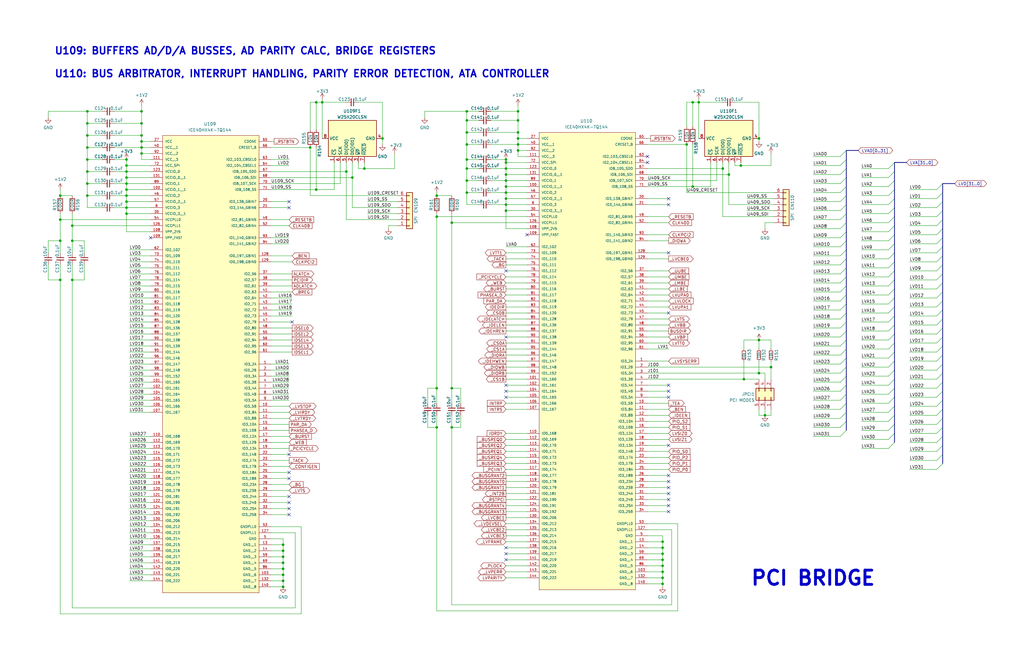
<source format=kicad_sch>
(kicad_sch (version 20231120) (generator "eeschema") (generator_version "8.0")
  (paper "B")
  (title_block (title "AMIGA PCI") (date "2025-01-11") (rev "5.0"))
  (junction (at 119.38 237.49))
  (junction (at 53.34 72.39))
  (junction (at 36.83 77.47))
  (junction (at 153.67 71.12))
  (junction (at 196.85 60.96))
  (junction (at 304.8 71.12))
  (junction (at 279.4 241.3))
  (junction (at 53.34 87.63))
  (junction (at 279.4 243.84))
  (junction (at 184.15 91.44))
  (junction (at 313.69 160.02))
  (junction (at 213.36 71.12))
  (junction (at 196.85 67.31))
  (junction (at 130.81 62.23))
  (junction (at 119.38 232.41))
  (junction (at 279.4 236.22))
  (junction (at 119.38 234.95))
  (junction (at 30.48 118.11))
  (junction (at 59.69 59.69))
  (junction (at 196.85 81.28))
  (junction (at 218.44 55.88))
  (junction (at 307.34 73.66))
  (junction (at 119.38 229.87))
  (junction (at 59.69 62.23))
  (junction (at 213.36 86.36))
  (junction (at 59.69 57.15))
  (junction (at 36.83 82.55))
  (junction (at 213.36 78.74))
  (junction (at 294.64 43.18))
  (junction (at 30.48 95.25))
  (junction (at 279.4 246.38))
  (junction (at 30.48 101.6))
  (junction (at 36.83 62.23))
  (junction (at 119.38 245.11))
  (junction (at 53.34 69.85))
  (junction (at 196.85 71.12))
  (junction (at 218.44 50.8))
  (junction (at 36.83 57.15))
  (junction (at 53.34 85.09))
  (junction (at 213.36 73.66))
  (junction (at 218.44 63.5))
  (junction (at 161.29 58.42))
  (junction (at 320.04 58.42))
  (junction (at 184.15 180.34))
  (junction (at 36.83 67.31))
  (junction (at 53.34 90.17))
  (junction (at 146.05 72.39))
  (junction (at 25.4 82.55))
  (junction (at 213.36 67.31))
  (junction (at 213.36 68.58))
  (junction (at 59.69 52.07))
  (junction (at 279.4 233.68))
  (junction (at 190.5 180.34))
  (junction (at 133.35 80.01))
  (junction (at 320.04 143.51))
  (junction (at 289.56 60.96))
  (junction (at 218.44 46.99))
  (junction (at 59.69 46.99))
  (junction (at 25.4 92.71))
  (junction (at 279.4 231.14))
  (junction (at 53.34 80.01))
  (junction (at 25.4 101.6))
  (junction (at 213.36 83.82))
  (junction (at 292.1 78.74))
  (junction (at 196.85 55.88))
  (junction (at 184.15 163.83))
  (junction (at 119.38 242.57))
  (junction (at 135.89 43.18))
  (junction (at 53.34 77.47))
  (junction (at 53.34 74.93))
  (junction (at 325.12 154.94))
  (junction (at 279.4 228.6))
  (junction (at 190.5 93.98))
  (junction (at 59.69 64.77))
  (junction (at 184.15 82.55))
  (junction (at 190.5 163.83))
  (junction (at 320.04 157.48))
  (junction (at 148.59 74.93))
  (junction (at 292.1 43.18))
  (junction (at 119.38 240.03))
  (junction (at 312.42 69.85))
  (junction (at 218.44 60.96))
  (junction (at 213.36 88.9))
  (junction (at 213.36 81.28))
  (junction (at 36.83 72.39))
  (junction (at 133.35 43.18))
  (junction (at 53.34 67.31))
  (junction (at 322.58 175.26))
  (junction (at 119.38 247.65))
  (junction (at 53.34 82.55))
  (junction (at 196.85 46.99))
  (junction (at 196.85 76.2))
  (junction (at 196.85 50.8))
  (junction (at 36.83 46.99))
  (junction (at 25.4 118.11))
  (junction (at 279.4 238.76))
  (junction (at 213.36 76.2))
  (junction (at 36.83 52.07))
  (junction (at 218.44 58.42))
  (no_connect (at 281.94 210.82))
  (no_connect (at 121.92 191.77))
  (no_connect (at 121.92 214.63))
  (no_connect (at 281.94 86.36))
  (no_connect (at 281.94 187.96))
  (no_connect (at 121.92 217.17))
  (no_connect (at 281.94 167.64))
  (no_connect (at 281.94 213.36))
  (no_connect (at 121.92 201.93))
  (no_connect (at 121.92 87.63))
  (no_connect (at 281.94 208.28))
  (no_connect (at 63.5 100.33))
  (no_connect (at 123.19 135.89))
  (no_connect (at 273.05 66.04))
  (no_connect (at 213.36 114.3))
  (no_connect (at 281.94 132.08))
  (no_connect (at 281.94 205.74))
  (no_connect (at 281.94 106.68))
  (no_connect (at 273.05 68.58))
  (no_connect (at 213.36 231.14))
  (no_connect (at 213.36 162.56))
  (no_connect (at 281.94 162.56))
  (no_connect (at 213.36 236.22))
  (no_connect (at 281.94 215.9))
  (no_connect (at 213.36 165.1))
  (no_connect (at 281.94 83.82))
  (no_connect (at 281.94 200.66))
  (no_connect (at 121.92 209.55))
  (no_connect (at 121.92 199.39))
  (no_connect (at 213.36 142.24))
  (no_connect (at 121.92 212.09))
  (no_connect (at 222.25 99.06))
  (no_connect (at 213.36 167.64))
  (no_connect (at 213.36 233.68))
  (no_connect (at 121.92 85.09))
  (no_connect (at 281.94 203.2))
  (no_connect (at 281.94 165.1))
  (bus_entry (at 394.97 87.63) (size 2.54 -2.54))
  (bus_entry (at 394.97 110.49) (size 2.54 -2.54))
  (bus_entry (at 354.33 115.57) (size 2.54 -2.54))
  (bus_entry (at 354.33 123.19) (size 2.54 -2.54))
  (bus_entry (at 374.65 78.74) (size 2.54 -2.54))
  (bus_entry (at 374.65 105.41) (size 2.54 -2.54))
  (bus_entry (at 354.33 138.43) (size 2.54 -2.54))
  (bus_entry (at 394.97 179.07) (size 2.54 -2.54))
  (bus_entry (at 394.97 106.68) (size 2.54 -2.54))
  (bus_entry (at 374.65 173.99) (size 2.54 -2.54))
  (bus_entry (at 394.97 99.06) (size 2.54 -2.54))
  (bus_entry (at 374.65 147.32) (size 2.54 -2.54))
  (bus_entry (at 394.97 133.35) (size 2.54 -2.54))
  (bus_entry (at 374.65 181.61) (size 2.54 -2.54))
  (bus_entry (at 354.33 130.81) (size 2.54 -2.54))
  (bus_entry (at 394.97 190.5) (size 2.54 -2.54))
  (bus_entry (at 354.33 85.09) (size 2.54 -2.54))
  (bus_entry (at 354.33 119.38) (size 2.54 -2.54))
  (bus_entry (at 354.33 180.34) (size 2.54 -2.54))
  (bus_entry (at 374.65 116.84) (size 2.54 -2.54))
  (bus_entry (at 394.97 80.01) (size 2.54 -2.54))
  (bus_entry (at 374.65 86.36) (size 2.54 -2.54))
  (bus_entry (at 394.97 114.3) (size 2.54 -2.54))
  (bus_entry (at 354.33 88.9) (size 2.54 -2.54))
  (bus_entry (at 354.33 66.04) (size 2.54 -2.54))
  (bus_entry (at 394.97 137.16) (size 2.54 -2.54))
  (bus_entry (at 374.65 132.08) (size 2.54 -2.54))
  (bus_entry (at 394.97 171.45) (size 2.54 -2.54))
  (bus_entry (at 394.97 167.64) (size 2.54 -2.54))
  (bus_entry (at 354.33 176.53) (size 2.54 -2.54))
  (bus_entry (at 374.65 143.51) (size 2.54 -2.54))
  (bus_entry (at 374.65 135.89) (size 2.54 -2.54))
  (bus_entry (at 394.97 125.73) (size 2.54 -2.54))
  (bus_entry (at 354.33 127) (size 2.54 -2.54))
  (bus_entry (at 374.65 93.98) (size 2.54 -2.54))
  (bus_entry (at 374.65 162.56) (size 2.54 -2.54))
  (bus_entry (at 374.65 97.79) (size 2.54 -2.54))
  (bus_entry (at 374.65 90.17) (size 2.54 -2.54))
  (bus_entry (at 374.65 74.93) (size 2.54 -2.54))
  (bus_entry (at 394.97 118.11) (size 2.54 -2.54))
  (bus_entry (at 354.33 146.05) (size 2.54 -2.54))
  (bus_entry (at 374.65 151.13) (size 2.54 -2.54))
  (bus_entry (at 354.33 69.85) (size 2.54 -2.54))
  (bus_entry (at 374.65 139.7) (size 2.54 -2.54))
  (bus_entry (at 354.33 92.71) (size 2.54 -2.54))
  (bus_entry (at 394.97 129.54) (size 2.54 -2.54))
  (bus_entry (at 374.65 120.65) (size 2.54 -2.54))
  (bus_entry (at 394.97 83.82) (size 2.54 -2.54))
  (bus_entry (at 394.97 163.83) (size 2.54 -2.54))
  (bus_entry (at 394.97 160.02) (size 2.54 -2.54))
  (bus_entry (at 374.65 101.6) (size 2.54 -2.54))
  (bus_entry (at 394.97 186.69) (size 2.54 -2.54))
  (bus_entry (at 374.65 170.18) (size 2.54 -2.54))
  (bus_entry (at 354.33 104.14) (size 2.54 -2.54))
  (bus_entry (at 394.97 156.21) (size 2.54 -2.54))
  (bus_entry (at 354.33 172.72) (size 2.54 -2.54))
  (bus_entry (at 374.65 154.94) (size 2.54 -2.54))
  (bus_entry (at 354.33 107.95) (size 2.54 -2.54))
  (bus_entry (at 394.97 194.31) (size 2.54 -2.54))
  (bus_entry (at 354.33 168.91) (size 2.54 -2.54))
  (bus_entry (at 354.33 73.66) (size 2.54 -2.54))
  (bus_entry (at 374.65 71.12) (size 2.54 -2.54))
  (bus_entry (at 394.97 102.87) (size 2.54 -2.54))
  (bus_entry (at 374.65 113.03) (size 2.54 -2.54))
  (bus_entry (at 354.33 157.48) (size 2.54 -2.54))
  (bus_entry (at 354.33 142.24) (size 2.54 -2.54))
  (bus_entry (at 354.33 96.52) (size 2.54 -2.54))
  (bus_entry (at 374.65 189.23) (size 2.54 -2.54))
  (bus_entry (at 394.97 121.92) (size 2.54 -2.54))
  (bus_entry (at 354.33 161.29) (size 2.54 -2.54))
  (bus_entry (at 374.65 166.37) (size 2.54 -2.54))
  (bus_entry (at 374.65 109.22) (size 2.54 -2.54))
  (bus_entry (at 374.65 158.75) (size 2.54 -2.54))
  (bus_entry (at 394.97 95.25) (size 2.54 -2.54))
  (bus_entry (at 394.97 144.78) (size 2.54 -2.54))
  (bus_entry (at 394.97 140.97) (size 2.54 -2.54))
  (bus_entry (at 354.33 153.67) (size 2.54 -2.54))
  (bus_entry (at 354.33 77.47) (size 2.54 -2.54))
  (bus_entry (at 394.97 182.88) (size 2.54 -2.54))
  (bus_entry (at 394.97 91.44) (size 2.54 -2.54))
  (bus_entry (at 374.65 128.27) (size 2.54 -2.54))
  (bus_entry (at 394.97 152.4) (size 2.54 -2.54))
  (bus_entry (at 374.65 185.42) (size 2.54 -2.54))
  (bus_entry (at 374.65 177.8) (size 2.54 -2.54))
  (bus_entry (at 354.33 81.28) (size 2.54 -2.54))
  (bus_entry (at 374.65 124.46) (size 2.54 -2.54))
  (bus_entry (at 354.33 100.33) (size 2.54 -2.54))
  (bus_entry (at 394.97 148.59) (size 2.54 -2.54))
  (bus_entry (at 354.33 149.86) (size 2.54 -2.54))
  (bus_entry (at 354.33 111.76) (size 2.54 -2.54))
  (bus_entry (at 354.33 134.62) (size 2.54 -2.54))
  (bus_entry (at 374.65 82.55) (size 2.54 -2.54))
  (bus_entry (at 354.33 165.1) (size 2.54 -2.54))
  (bus_entry (at 394.97 198.12) (size 2.54 -2.54))
  (bus_entry (at 354.33 184.15) (size 2.54 -2.54))
  (bus_entry (at 394.97 175.26) (size 2.54 -2.54))
  (wire (pts (xy 59.69 64.77) (xy 59.69 67.31)))
  (wire (pts (xy 285.75 220.98) (xy 273.05 220.98)))
  (wire (pts (xy 279.4 238.76) (xy 273.05 238.76)))
  (bus (pts (xy 356.87 135.89) (xy 356.87 139.7)))
  (wire (pts (xy 114.3 217.17) (xy 121.92 217.17)))
  (bus (pts (xy 397.51 134.62) (xy 397.51 138.43)))
  (wire (pts (xy 342.9 134.62) (xy 354.33 134.62)))
  (wire (pts (xy 63.5 64.77) (xy 59.69 64.77)))
  (wire (pts (xy 54.61 196.85) (xy 63.5 196.85)))
  (wire (pts (xy 383.54 118.11) (xy 394.97 118.11)))
  (wire (pts (xy 273.05 101.6) (xy 281.94 101.6)))
  (bus (pts (xy 377.19 160.02) (xy 377.19 163.83)))
  (wire (pts (xy 342.9 73.66) (xy 354.33 73.66)))
  (wire (pts (xy 273.05 91.44) (xy 281.94 91.44)))
  (wire (pts (xy 53.34 82.55) (xy 48.26 82.55)))
  (bus (pts (xy 397.51 149.86) (xy 397.51 153.67)))
  (wire (pts (xy 222.25 132.08) (xy 213.36 132.08)))
  (wire (pts (xy 307.34 73.66) (xy 307.34 86.36)))
  (bus (pts (xy 377.19 87.63) (xy 377.19 91.44)))
  (wire (pts (xy 63.5 123.19) (xy 54.61 123.19)))
  (wire (pts (xy 383.54 190.5) (xy 394.97 190.5)))
  (bus (pts (xy 377.19 182.88) (xy 377.19 186.69)))
  (wire (pts (xy 273.05 195.58) (xy 281.94 195.58)))
  (wire (pts (xy 213.36 187.96) (xy 222.25 187.96)))
  (wire (pts (xy 292.1 43.18) (xy 292.1 53.34)))
  (wire (pts (xy 222.25 66.04) (xy 218.44 66.04)))
  (bus (pts (xy 356.87 124.46) (xy 356.87 128.27)))
  (wire (pts (xy 273.05 213.36) (xy 281.94 213.36)))
  (wire (pts (xy 114.3 138.43) (xy 123.19 138.43)))
  (wire (pts (xy 289.56 60.96) (xy 273.05 60.96)))
  (wire (pts (xy 222.25 78.74) (xy 213.36 78.74)))
  (wire (pts (xy 273.05 137.16) (xy 281.94 137.16)))
  (wire (pts (xy 121.92 156.21) (xy 114.3 156.21)))
  (wire (pts (xy 273.05 157.48) (xy 320.04 157.48)))
  (wire (pts (xy 218.44 55.88) (xy 218.44 58.42)))
  (wire (pts (xy 213.36 203.2) (xy 222.25 203.2)))
  (wire (pts (xy 53.34 67.31) (xy 53.34 69.85)))
  (wire (pts (xy 222.25 172.72) (xy 213.36 172.72)))
  (bus (pts (xy 397.51 104.14) (xy 397.51 107.95)))
  (wire (pts (xy 114.3 181.61) (xy 121.92 181.61)))
  (wire (pts (xy 281.94 215.9) (xy 273.05 215.9)))
  (bus (pts (xy 397.51 81.28) (xy 397.51 85.09)))
  (wire (pts (xy 279.4 236.22) (xy 273.05 236.22)))
  (wire (pts (xy 63.5 158.75) (xy 54.61 158.75)))
  (wire (pts (xy 222.25 58.42) (xy 218.44 58.42)))
  (bus (pts (xy 356.87 86.36) (xy 356.87 90.17)))
  (wire (pts (xy 119.38 234.95) (xy 119.38 237.49)))
  (wire (pts (xy 363.22 185.42) (xy 374.65 185.42)))
  (wire (pts (xy 322.58 93.98) (xy 322.58 96.52)))
  (wire (pts (xy 363.22 181.61) (xy 374.65 181.61)))
  (bus (pts (xy 397.51 100.33) (xy 397.51 104.14)))
  (wire (pts (xy 289.56 53.34) (xy 289.56 43.18)))
  (wire (pts (xy 194.31 175.26) (xy 194.31 180.34)))
  (wire (pts (xy 63.5 80.01) (xy 53.34 80.01)))
  (bus (pts (xy 397.51 77.47) (xy 397.51 81.28)))
  (bus (pts (xy 397.51 107.95) (xy 397.51 111.76)))
  (bus (pts (xy 356.87 147.32) (xy 356.87 151.13)))
  (wire (pts (xy 63.5 118.11) (xy 54.61 118.11)))
  (wire (pts (xy 213.36 149.86) (xy 222.25 149.86)))
  (wire (pts (xy 201.93 81.28) (xy 196.85 81.28)))
  (wire (pts (xy 281.94 119.38) (xy 273.05 119.38)))
  (wire (pts (xy 184.15 91.44) (xy 184.15 163.83)))
  (bus (pts (xy 377.19 76.2) (xy 377.19 80.01)))
  (wire (pts (xy 342.9 184.15) (xy 354.33 184.15)))
  (wire (pts (xy 294.64 43.18) (xy 304.8 43.18)))
  (wire (pts (xy 114.3 107.95) (xy 123.19 107.95)))
  (wire (pts (xy 161.29 43.18) (xy 151.13 43.18)))
  (wire (pts (xy 114.3 209.55) (xy 121.92 209.55)))
  (wire (pts (xy 222.25 76.2) (xy 213.36 76.2)))
  (wire (pts (xy 222.25 88.9) (xy 213.36 88.9)))
  (wire (pts (xy 285.75 257.81) (xy 184.15 257.81)))
  (bus (pts (xy 377.19 106.68) (xy 377.19 110.49)))
  (wire (pts (xy 53.34 74.93) (xy 53.34 77.47)))
  (wire (pts (xy 222.25 241.3) (xy 213.36 241.3)))
  (wire (pts (xy 53.34 67.31) (xy 48.26 67.31)))
  (wire (pts (xy 279.4 243.84) (xy 279.4 246.38)))
  (wire (pts (xy 43.18 52.07) (xy 36.83 52.07)))
  (wire (pts (xy 363.22 151.13) (xy 374.65 151.13)))
  (wire (pts (xy 63.5 146.05) (xy 54.61 146.05)))
  (wire (pts (xy 213.36 208.28) (xy 222.25 208.28)))
  (wire (pts (xy 146.05 72.39) (xy 114.3 72.39)))
  (wire (pts (xy 36.83 57.15) (xy 36.83 52.07)))
  (wire (pts (xy 114.3 186.69) (xy 121.92 186.69)))
  (wire (pts (xy 114.3 146.05) (xy 123.19 146.05)))
  (wire (pts (xy 140.97 80.01) (xy 140.97 68.58)))
  (wire (pts (xy 63.5 115.57) (xy 54.61 115.57)))
  (wire (pts (xy 54.61 194.31) (xy 63.5 194.31)))
  (wire (pts (xy 114.3 201.93) (xy 121.92 201.93)))
  (wire (pts (xy 281.94 124.46) (xy 273.05 124.46)))
  (wire (pts (xy 30.48 111.76) (xy 30.48 118.11)))
  (wire (pts (xy 54.61 209.55) (xy 63.5 209.55)))
  (wire (pts (xy 146.05 68.58) (xy 146.05 72.39)))
  (wire (pts (xy 273.05 73.66) (xy 307.34 73.66)))
  (wire (pts (xy 161.29 58.42) (xy 161.29 43.18)))
  (bus (pts (xy 356.87 173.99) (xy 356.87 177.8)))
  (wire (pts (xy 35.56 118.11) (xy 30.48 118.11)))
  (wire (pts (xy 279.4 243.84) (xy 273.05 243.84)))
  (wire (pts (xy 190.5 93.98) (xy 222.25 93.98)))
  (bus (pts (xy 397.51 123.19) (xy 397.51 127)))
  (wire (pts (xy 383.54 163.83) (xy 394.97 163.83)))
  (wire (pts (xy 213.36 147.32) (xy 222.25 147.32)))
  (wire (pts (xy 383.54 80.01) (xy 394.97 80.01)))
  (wire (pts (xy 342.9 149.86) (xy 354.33 149.86)))
  (wire (pts (xy 63.5 140.97) (xy 54.61 140.97)))
  (bus (pts (xy 377.19 110.49) (xy 377.19 114.3)))
  (bus (pts (xy 397.51 172.72) (xy 397.51 176.53)))
  (wire (pts (xy 314.96 83.82) (xy 326.39 83.82)))
  (wire (pts (xy 279.4 228.6) (xy 273.05 228.6)))
  (wire (pts (xy 222.25 114.3) (xy 213.36 114.3)))
  (wire (pts (xy 320.04 43.18) (xy 309.88 43.18)))
  (wire (pts (xy 273.05 160.02) (xy 313.69 160.02)))
  (wire (pts (xy 292.1 43.18) (xy 294.64 43.18)))
  (wire (pts (xy 383.54 129.54) (xy 394.97 129.54)))
  (wire (pts (xy 326.39 93.98) (xy 322.58 93.98)))
  (wire (pts (xy 213.36 88.9) (xy 213.36 96.52)))
  (wire (pts (xy 342.9 138.43) (xy 354.33 138.43)))
  (wire (pts (xy 363.22 109.22) (xy 374.65 109.22)))
  (wire (pts (xy 114.3 95.25) (xy 121.92 95.25)))
  (wire (pts (xy 273.05 154.94) (xy 325.12 154.94)))
  (wire (pts (xy 114.3 204.47) (xy 121.92 204.47)))
  (wire (pts (xy 273.05 190.5) (xy 281.94 190.5)))
  (wire (pts (xy 63.5 82.55) (xy 53.34 82.55)))
  (wire (pts (xy 63.5 237.49) (xy 54.61 237.49)))
  (bus (pts (xy 377.19 129.54) (xy 377.19 133.35)))
  (wire (pts (xy 59.69 59.69) (xy 59.69 62.23)))
  (wire (pts (xy 130.81 54.61) (xy 130.81 43.18)))
  (wire (pts (xy 54.61 212.09) (xy 63.5 212.09)))
  (wire (pts (xy 325.12 69.85) (xy 312.42 69.85)))
  (wire (pts (xy 54.61 191.77) (xy 63.5 191.77)))
  (bus (pts (xy 377.19 167.64) (xy 377.19 171.45)))
  (wire (pts (xy 342.9 176.53) (xy 354.33 176.53)))
  (wire (pts (xy 121.92 166.37) (xy 114.3 166.37)))
  (wire (pts (xy 322.58 175.26) (xy 320.04 175.26)))
  (wire (pts (xy 222.25 63.5) (xy 218.44 63.5)))
  (wire (pts (xy 383.54 114.3) (xy 394.97 114.3)))
  (wire (pts (xy 279.4 241.3) (xy 279.4 243.84)))
  (wire (pts (xy 383.54 137.16) (xy 394.97 137.16)))
  (wire (pts (xy 146.05 92.71) (xy 146.05 72.39)))
  (wire (pts (xy 383.54 171.45) (xy 394.97 171.45)))
  (wire (pts (xy 196.85 81.28) (xy 196.85 86.36)))
  (wire (pts (xy 213.36 152.4) (xy 222.25 152.4)))
  (wire (pts (xy 63.5 69.85) (xy 53.34 69.85)))
  (wire (pts (xy 190.5 180.34) (xy 190.5 175.26)))
  (wire (pts (xy 320.04 59.69) (xy 320.04 58.42)))
  (wire (pts (xy 299.72 78.74) (xy 299.72 68.58)))
  (wire (pts (xy 363.22 86.36) (xy 374.65 86.36)))
  (wire (pts (xy 281.94 132.08) (xy 273.05 132.08)))
  (wire (pts (xy 133.35 43.18) (xy 133.35 54.61)))
  (wire (pts (xy 213.36 205.74) (xy 222.25 205.74)))
  (wire (pts (xy 194.31 163.83) (xy 190.5 163.83)))
  (wire (pts (xy 54.61 163.83) (xy 63.5 163.83)))
  (wire (pts (xy 322.58 157.48) (xy 320.04 157.48)))
  (wire (pts (xy 63.5 133.35) (xy 54.61 133.35)))
  (wire (pts (xy 54.61 207.01) (xy 63.5 207.01)))
  (wire (pts (xy 213.36 144.78) (xy 222.25 144.78)))
  (wire (pts (xy 383.54 125.73) (xy 394.97 125.73)))
  (wire (pts (xy 140.97 80.01) (xy 133.35 80.01)))
  (wire (pts (xy 190.5 170.18) (xy 190.5 163.83)))
  (wire (pts (xy 127 222.25) (xy 127 259.08)))
  (wire (pts (xy 218.44 60.96) (xy 207.01 60.96)))
  (bus (pts (xy 377.19 68.58) (xy 382.27 68.58)))
  (wire (pts (xy 325.12 143.51) (xy 320.04 143.51)))
  (wire (pts (xy 281.94 129.54) (xy 273.05 129.54)))
  (bus (pts (xy 356.87 166.37) (xy 356.87 170.18)))
  (wire (pts (xy 184.15 180.34) (xy 180.34 180.34)))
  (wire (pts (xy 54.61 107.95) (xy 63.5 107.95)))
  (wire (pts (xy 363.22 128.27) (xy 374.65 128.27)))
  (wire (pts (xy 342.9 85.09) (xy 354.33 85.09)))
  (wire (pts (xy 363.22 90.17) (xy 374.65 90.17)))
  (wire (pts (xy 222.25 71.12) (xy 213.36 71.12)))
  (wire (pts (xy 59.69 62.23) (xy 59.69 64.77)))
  (wire (pts (xy 30.48 90.17) (xy 30.48 95.25)))
  (wire (pts (xy 25.4 259.08) (xy 25.4 118.11)))
  (wire (pts (xy 218.44 63.5) (xy 218.44 66.04)))
  (wire (pts (xy 279.4 246.38) (xy 279.4 247.65)))
  (wire (pts (xy 363.22 173.99) (xy 374.65 173.99)))
  (wire (pts (xy 53.34 69.85) (xy 53.34 72.39)))
  (wire (pts (xy 25.4 80.01) (xy 25.4 82.55)))
  (wire (pts (xy 363.22 124.46) (xy 374.65 124.46)))
  (wire (pts (xy 292.1 60.96) (xy 292.1 78.74)))
  (wire (pts (xy 273.05 203.2) (xy 281.94 203.2)))
  (wire (pts (xy 342.9 130.81) (xy 354.33 130.81)))
  (wire (pts (xy 59.69 52.07) (xy 59.69 57.15)))
  (wire (pts (xy 54.61 214.63) (xy 63.5 214.63)))
  (wire (pts (xy 63.5 219.71) (xy 54.61 219.71)))
  (wire (pts (xy 114.3 140.97) (xy 123.19 140.97)))
  (wire (pts (xy 281.94 198.12) (xy 273.05 198.12)))
  (bus (pts (xy 356.87 74.93) (xy 356.87 78.74)))
  (wire (pts (xy 279.4 238.76) (xy 279.4 241.3)))
  (wire (pts (xy 119.38 227.33) (xy 114.3 227.33)))
  (wire (pts (xy 383.54 160.02) (xy 394.97 160.02)))
  (wire (pts (xy 363.22 170.18) (xy 374.65 170.18)))
  (wire (pts (xy 63.5 232.41) (xy 54.61 232.41)))
  (wire (pts (xy 222.25 154.94) (xy 213.36 154.94)))
  (bus (pts (xy 377.19 118.11) (xy 377.19 121.92)))
  (wire (pts (xy 285.75 220.98) (xy 285.75 257.81)))
  (wire (pts (xy 222.25 127) (xy 213.36 127)))
  (wire (pts (xy 222.25 81.28) (xy 213.36 81.28)))
  (wire (pts (xy 53.34 82.55) (xy 53.34 85.09)))
  (wire (pts (xy 281.94 162.56) (xy 273.05 162.56)))
  (bus (pts (xy 397.51 142.24) (xy 397.51 146.05)))
  (wire (pts (xy 166.37 64.77) (xy 166.37 71.12)))
  (bus (pts (xy 377.19 99.06) (xy 377.19 102.87)))
  (wire (pts (xy 213.36 193.04) (xy 222.25 193.04)))
  (wire (pts (xy 213.36 67.31) (xy 213.36 68.58)))
  (wire (pts (xy 213.36 142.24) (xy 222.25 142.24)))
  (wire (pts (xy 218.44 46.99) (xy 218.44 50.8)))
  (wire (pts (xy 53.34 97.79) (xy 63.5 97.79)))
  (wire (pts (xy 342.9 168.91) (xy 354.33 168.91)))
  (wire (pts (xy 213.36 215.9) (xy 222.25 215.9)))
  (bus (pts (xy 397.51 187.96) (xy 397.51 191.77)))
  (wire (pts (xy 383.54 156.21) (xy 394.97 156.21)))
  (wire (pts (xy 273.05 193.04) (xy 281.94 193.04)))
  (bus (pts (xy 397.51 168.91) (xy 397.51 172.72)))
  (wire (pts (xy 63.5 227.33) (xy 54.61 227.33)))
  (wire (pts (xy 213.36 182.88) (xy 222.25 182.88)))
  (wire (pts (xy 342.9 157.48) (xy 354.33 157.48)))
  (wire (pts (xy 53.34 77.47) (xy 48.26 77.47)))
  (bus (pts (xy 397.51 130.81) (xy 397.51 134.62)))
  (wire (pts (xy 63.5 171.45) (xy 54.61 171.45)))
  (wire (pts (xy 153.67 71.12) (xy 151.13 71.12)))
  (wire (pts (xy 213.36 231.14) (xy 222.25 231.14)))
  (wire (pts (xy 35.56 106.68) (xy 35.56 101.6)))
  (wire (pts (xy 279.4 236.22) (xy 279.4 238.76)))
  (wire (pts (xy 133.35 62.23) (xy 133.35 80.01)))
  (wire (pts (xy 342.9 104.14) (xy 354.33 104.14)))
  (bus (pts (xy 377.19 175.26) (xy 377.19 179.07)))
  (wire (pts (xy 307.34 68.58) (xy 307.34 73.66)))
  (wire (pts (xy 43.18 82.55) (xy 36.83 82.55)))
  (wire (pts (xy 114.3 87.63) (xy 121.92 87.63)))
  (wire (pts (xy 121.92 153.67) (xy 114.3 153.67)))
  (wire (pts (xy 325.12 175.26) (xy 325.12 172.72)))
  (wire (pts (xy 383.54 175.26) (xy 394.97 175.26)))
  (wire (pts (xy 54.61 242.57) (xy 63.5 242.57)))
  (wire (pts (xy 342.9 123.19) (xy 354.33 123.19)))
  (wire (pts (xy 273.05 177.8) (xy 281.94 177.8)))
  (wire (pts (xy 322.58 172.72) (xy 322.58 175.26)))
  (wire (pts (xy 273.05 139.7) (xy 281.94 139.7)))
  (wire (pts (xy 273.05 205.74) (xy 281.94 205.74)))
  (wire (pts (xy 383.54 110.49) (xy 394.97 110.49)))
  (wire (pts (xy 363.22 74.93) (xy 374.65 74.93)))
  (bus (pts (xy 356.87 132.08) (xy 356.87 135.89)))
  (wire (pts (xy 63.5 148.59) (xy 54.61 148.59)))
  (wire (pts (xy 281.94 127) (xy 273.05 127)))
  (wire (pts (xy 222.25 83.82) (xy 213.36 83.82)))
  (wire (pts (xy 289.56 81.28) (xy 289.56 60.96)))
  (wire (pts (xy 20.32 46.99) (xy 20.32 49.53)))
  (bus (pts (xy 356.87 116.84) (xy 356.87 120.65)))
  (wire (pts (xy 213.36 71.12) (xy 207.01 71.12)))
  (wire (pts (xy 54.61 189.23) (xy 63.5 189.23)))
  (wire (pts (xy 163.83 95.25) (xy 163.83 96.52)))
  (wire (pts (xy 130.81 82.55) (xy 130.81 62.23)))
  (wire (pts (xy 25.4 118.11) (xy 25.4 111.76)))
  (wire (pts (xy 342.9 107.95) (xy 354.33 107.95)))
  (bus (pts (xy 356.87 177.8) (xy 356.87 181.61)))
  (wire (pts (xy 279.4 226.06) (xy 279.4 228.6)))
  (wire (pts (xy 114.3 102.87) (xy 121.92 102.87)))
  (wire (pts (xy 213.36 210.82) (xy 222.25 210.82)))
  (wire (pts (xy 363.22 97.79) (xy 374.65 97.79)))
  (wire (pts (xy 222.25 86.36) (xy 213.36 86.36)))
  (wire (pts (xy 114.3 92.71) (xy 121.92 92.71)))
  (wire (pts (xy 222.25 111.76) (xy 213.36 111.76)))
  (wire (pts (xy 196.85 60.96) (xy 196.85 55.88)))
  (wire (pts (xy 218.44 50.8) (xy 207.01 50.8)))
  (bus (pts (xy 397.51 77.47) (xy 402.59 77.47)))
  (wire (pts (xy 143.51 77.47) (xy 114.3 77.47)))
  (wire (pts (xy 190.5 93.98) (xy 190.5 163.83)))
  (wire (pts (xy 114.3 173.99) (xy 121.92 173.99)))
  (wire (pts (xy 201.93 60.96) (xy 196.85 60.96)))
  (wire (pts (xy 363.22 177.8) (xy 374.65 177.8)))
  (wire (pts (xy 119.38 245.11) (xy 119.38 247.65)))
  (bus (pts (xy 397.51 191.77) (xy 397.51 195.58)))
  (wire (pts (xy 383.54 121.92) (xy 394.97 121.92)))
  (bus (pts (xy 377.19 121.92) (xy 377.19 125.73)))
  (wire (pts (xy 201.93 86.36) (xy 196.85 86.36)))
  (wire (pts (xy 363.22 132.08) (xy 374.65 132.08)))
  (wire (pts (xy 54.61 217.17) (xy 63.5 217.17)))
  (bus (pts (xy 397.51 119.38) (xy 397.51 123.19)))
  (bus (pts (xy 397.51 127) (xy 397.51 130.81)))
  (bus (pts (xy 377.19 91.44) (xy 377.19 95.25)))
  (bus (pts (xy 397.51 165.1) (xy 397.51 168.91)))
  (wire (pts (xy 383.54 106.68) (xy 394.97 106.68)))
  (wire (pts (xy 54.61 199.39) (xy 63.5 199.39)))
  (wire (pts (xy 36.83 72.39) (xy 36.83 77.47)))
  (wire (pts (xy 59.69 57.15) (xy 48.26 57.15)))
  (wire (pts (xy 213.36 185.42) (xy 222.25 185.42)))
  (bus (pts (xy 397.51 88.9) (xy 397.51 92.71)))
  (wire (pts (xy 114.3 189.23) (xy 121.92 189.23)))
  (wire (pts (xy 273.05 109.22) (xy 281.94 109.22)))
  (wire (pts (xy 154.94 85.09) (xy 167.64 85.09)))
  (wire (pts (xy 273.05 83.82) (xy 281.94 83.82)))
  (bus (pts (xy 377.19 114.3) (xy 377.19 118.11)))
  (bus (pts (xy 377.19 156.21) (xy 377.19 160.02)))
  (wire (pts (xy 279.4 246.38) (xy 273.05 246.38)))
  (wire (pts (xy 59.69 44.45) (xy 59.69 46.99)))
  (wire (pts (xy 294.64 43.18) (xy 294.64 41.91)))
  (bus (pts (xy 377.19 72.39) (xy 377.19 76.2)))
  (wire (pts (xy 196.85 67.31) (xy 196.85 60.96)))
  (bus (pts (xy 356.87 158.75) (xy 356.87 162.56)))
  (wire (pts (xy 63.5 110.49) (xy 54.61 110.49)))
  (wire (pts (xy 124.46 256.54) (xy 124.46 224.79)))
  (wire (pts (xy 325.12 154.94) (xy 325.12 160.02)))
  (bus (pts (xy 377.19 179.07) (xy 377.19 182.88)))
  (wire (pts (xy 114.3 143.51) (xy 123.19 143.51)))
  (wire (pts (xy 363.22 143.51) (xy 374.65 143.51)))
  (wire (pts (xy 213.36 67.31) (xy 207.01 67.31)))
  (wire (pts (xy 273.05 185.42) (xy 281.94 185.42)))
  (wire (pts (xy 213.36 116.84) (xy 222.25 116.84)))
  (wire (pts (xy 383.54 95.25) (xy 394.97 95.25)))
  (wire (pts (xy 114.3 74.93) (xy 148.59 74.93)))
  (wire (pts (xy 63.5 120.65) (xy 54.61 120.65)))
  (wire (pts (xy 213.36 109.22) (xy 222.25 109.22)))
  (wire (pts (xy 59.69 52.07) (xy 48.26 52.07)))
  (wire (pts (xy 123.19 115.57) (xy 114.3 115.57)))
  (wire (pts (xy 363.22 189.23) (xy 374.65 189.23)))
  (wire (pts (xy 213.36 68.58) (xy 213.36 71.12)))
  (wire (pts (xy 273.05 144.78) (xy 281.94 144.78)))
  (wire (pts (xy 119.38 229.87) (xy 119.38 232.41)))
  (wire (pts (xy 213.36 78.74) (xy 213.36 81.28)))
  (wire (pts (xy 25.4 101.6) (xy 20.32 101.6)))
  (wire (pts (xy 383.54 83.82) (xy 394.97 83.82)))
  (wire (pts (xy 342.9 153.67) (xy 354.33 153.67)))
  (wire (pts (xy 54.61 186.69) (xy 63.5 186.69)))
  (wire (pts (xy 63.5 222.25) (xy 54.61 222.25)))
  (wire (pts (xy 201.93 50.8) (xy 196.85 50.8)))
  (bus (pts (xy 377.19 171.45) (xy 377.19 175.26)))
  (wire (pts (xy 281.94 170.18) (xy 273.05 170.18)))
  (wire (pts (xy 166.37 71.12) (xy 153.67 71.12)))
  (wire (pts (xy 363.22 116.84) (xy 374.65 116.84)))
  (wire (pts (xy 213.36 233.68) (xy 222.25 233.68)))
  (wire (pts (xy 53.34 90.17) (xy 53.34 97.79)))
  (wire (pts (xy 119.38 242.57) (xy 114.3 242.57)))
  (wire (pts (xy 322.58 160.02) (xy 322.58 157.48)))
  (wire (pts (xy 222.25 165.1) (xy 213.36 165.1)))
  (wire (pts (xy 342.9 161.29) (xy 354.33 161.29)))
  (wire (pts (xy 281.94 172.72) (xy 273.05 172.72)))
  (bus (pts (xy 356.87 82.55) (xy 356.87 86.36)))
  (wire (pts (xy 114.3 158.75) (xy 121.92 158.75)))
  (wire (pts (xy 363.22 105.41) (xy 374.65 105.41)))
  (bus (pts (xy 356.87 63.5) (xy 356.87 67.31)))
  (wire (pts (xy 53.34 80.01) (xy 53.34 82.55)))
  (wire (pts (xy 121.92 194.31) (xy 114.3 194.31)))
  (wire (pts (xy 59.69 57.15) (xy 59.69 59.69)))
  (bus (pts (xy 356.87 139.7) (xy 356.87 143.51)))
  (wire (pts (xy 383.54 167.64) (xy 394.97 167.64)))
  (wire (pts (xy 363.22 78.74) (xy 374.65 78.74)))
  (wire (pts (xy 196.85 76.2) (xy 196.85 81.28)))
  (wire (pts (xy 196.85 50.8) (xy 196.85 46.99)))
  (wire (pts (xy 54.61 201.93) (xy 63.5 201.93)))
  (wire (pts (xy 43.18 77.47) (xy 36.83 77.47)))
  (bus (pts (xy 356.87 109.22) (xy 356.87 113.03)))
  (bus (pts (xy 397.51 157.48) (xy 397.51 161.29)))
  (wire (pts (xy 283.21 223.52) (xy 273.05 223.52)))
  (wire (pts (xy 25.4 92.71) (xy 63.5 92.71)))
  (wire (pts (xy 383.54 179.07) (xy 394.97 179.07)))
  (wire (pts (xy 273.05 99.06) (xy 281.94 99.06)))
  (wire (pts (xy 148.59 74.93) (xy 148.59 68.58)))
  (bus (pts (xy 356.87 63.5) (xy 361.95 63.5)))
  (wire (pts (xy 123.19 128.27) (xy 114.3 128.27)))
  (wire (pts (xy 222.25 106.68) (xy 213.36 106.68)))
  (wire (pts (xy 30.48 118.11) (xy 30.48 256.54)))
  (wire (pts (xy 36.83 52.07) (xy 36.83 46.99)))
  (wire (pts (xy 54.61 153.67) (xy 63.5 153.67)))
  (wire (pts (xy 273.05 180.34) (xy 281.94 180.34)))
  (wire (pts (xy 179.07 46.99) (xy 179.07 49.53)))
  (wire (pts (xy 36.83 67.31) (xy 36.83 72.39)))
  (wire (pts (xy 119.38 240.03) (xy 114.3 240.03)))
  (wire (pts (xy 273.05 106.68) (xy 281.94 106.68)))
  (wire (pts (xy 190.5 255.27) (xy 283.21 255.27)))
  (wire (pts (xy 309.88 68.58) (xy 309.88 69.85)))
  (wire (pts (xy 363.22 139.7) (xy 374.65 139.7)))
  (wire (pts (xy 63.5 74.93) (xy 53.34 74.93)))
  (wire (pts (xy 184.15 180.34) (xy 184.15 175.26)))
  (wire (pts (xy 383.54 91.44) (xy 394.97 91.44)))
  (bus (pts (xy 377.19 80.01) (xy 377.19 83.82)))
  (wire (pts (xy 53.34 77.47) (xy 53.34 80.01)))
  (wire (pts (xy 36.83 62.23) (xy 36.83 57.15)))
  (wire (pts (xy 123.19 130.81) (xy 114.3 130.81)))
  (wire (pts (xy 167.64 82.55) (xy 130.81 82.55)))
  (wire (pts (xy 312.42 69.85) (xy 309.88 69.85)))
  (wire (pts (xy 121.92 168.91) (xy 114.3 168.91)))
  (bus (pts (xy 377.19 140.97) (xy 377.19 144.78)))
  (wire (pts (xy 63.5 128.27) (xy 54.61 128.27)))
  (wire (pts (xy 119.38 227.33) (xy 119.38 229.87)))
  (bus (pts (xy 397.51 85.09) (xy 397.51 88.9)))
  (wire (pts (xy 123.19 120.65) (xy 114.3 120.65)))
  (wire (pts (xy 218.44 44.45) (xy 218.44 46.99)))
  (wire (pts (xy 53.34 85.09) (xy 53.34 87.63)))
  (wire (pts (xy 35.56 101.6) (xy 30.48 101.6)))
  (wire (pts (xy 279.4 228.6) (xy 279.4 231.14)))
  (wire (pts (xy 383.54 194.31) (xy 394.97 194.31)))
  (wire (pts (xy 213.36 76.2) (xy 207.01 76.2)))
  (wire (pts (xy 30.48 101.6) (xy 30.48 95.25)))
  (wire (pts (xy 148.59 74.93) (xy 148.59 87.63)))
  (wire (pts (xy 25.4 118.11) (xy 20.32 118.11)))
  (wire (pts (xy 292.1 78.74) (xy 273.05 78.74)))
  (wire (pts (xy 119.38 247.65) (xy 114.3 247.65)))
  (wire (pts (xy 363.22 113.03) (xy 374.65 113.03)))
  (wire (pts (xy 222.25 137.16) (xy 213.36 137.16)))
  (wire (pts (xy 320.04 143.51) (xy 320.04 147.32)))
  (wire (pts (xy 320.04 152.4) (xy 320.04 157.48)))
  (wire (pts (xy 151.13 68.58) (xy 151.13 71.12)))
  (wire (pts (xy 63.5 77.47) (xy 53.34 77.47)))
  (wire (pts (xy 213.36 160.02) (xy 222.25 160.02)))
  (wire (pts (xy 114.3 69.85) (xy 121.92 69.85)))
  (wire (pts (xy 213.36 81.28) (xy 213.36 83.82)))
  (wire (pts (xy 325.12 152.4) (xy 325.12 154.94)))
  (bus (pts (xy 397.51 184.15) (xy 397.51 187.96)))
  (wire (pts (xy 114.3 100.33) (xy 121.92 100.33)))
  (bus (pts (xy 356.87 151.13) (xy 356.87 154.94)))
  (wire (pts (xy 363.22 120.65) (xy 374.65 120.65)))
  (wire (pts (xy 222.25 104.14) (xy 213.36 104.14)))
  (wire (pts (xy 135.89 43.18) (xy 146.05 43.18)))
  (wire (pts (xy 213.36 190.5) (xy 222.25 190.5)))
  (wire (pts (xy 281.94 152.4) (xy 273.05 152.4)))
  (wire (pts (xy 325.12 64.77) (xy 325.12 69.85)))
  (wire (pts (xy 273.05 86.36) (xy 281.94 86.36)))
  (wire (pts (xy 36.83 46.99) (xy 43.18 46.99)))
  (bus (pts (xy 356.87 105.41) (xy 356.87 109.22)))
  (bus (pts (xy 356.87 170.18) (xy 356.87 173.99)))
  (bus (pts (xy 356.87 71.12) (xy 356.87 74.93)))
  (wire (pts (xy 213.36 213.36) (xy 222.25 213.36)))
  (wire (pts (xy 279.4 226.06) (xy 273.05 226.06)))
  (bus (pts (xy 356.87 128.27) (xy 356.87 132.08)))
  (bus (pts (xy 397.51 115.57) (xy 397.51 119.38)))
  (wire (pts (xy 53.34 87.63) (xy 48.26 87.63)))
  (wire (pts (xy 218.44 55.88) (xy 207.01 55.88)))
  (wire (pts (xy 342.9 142.24) (xy 354.33 142.24)))
  (wire (pts (xy 63.5 151.13) (xy 54.61 151.13)))
  (wire (pts (xy 123.19 118.11) (xy 114.3 118.11)))
  (wire (pts (xy 273.05 182.88) (xy 281.94 182.88)))
  (wire (pts (xy 273.05 175.26) (xy 281.94 175.26)))
  (wire (pts (xy 304.8 91.44) (xy 326.39 91.44)))
  (wire (pts (xy 114.3 191.77) (xy 121.92 191.77)))
  (wire (pts (xy 54.61 184.15) (xy 63.5 184.15)))
  (wire (pts (xy 130.81 43.18) (xy 133.35 43.18)))
  (wire (pts (xy 130.81 62.23) (xy 114.3 62.23)))
  (wire (pts (xy 363.22 135.89) (xy 374.65 135.89)))
  (wire (pts (xy 119.38 245.11) (xy 114.3 245.11)))
  (bus (pts (xy 356.87 154.94) (xy 356.87 158.75)))
  (wire (pts (xy 320.04 160.02) (xy 313.69 160.02)))
  (bus (pts (xy 397.51 153.67) (xy 397.51 157.48)))
  (bus (pts (xy 377.19 148.59) (xy 377.19 152.4)))
  (bus (pts (xy 356.87 143.51) (xy 356.87 147.32)))
  (wire (pts (xy 114.3 133.35) (xy 123.19 133.35)))
  (wire (pts (xy 196.85 46.99) (xy 201.93 46.99)))
  (wire (pts (xy 54.61 204.47) (xy 63.5 204.47)))
  (wire (pts (xy 43.18 62.23) (xy 36.83 62.23)))
  (wire (pts (xy 194.31 180.34) (xy 190.5 180.34)))
  (wire (pts (xy 196.85 67.31) (xy 196.85 71.12)))
  (wire (pts (xy 218.44 58.42) (xy 218.44 60.96)))
  (wire (pts (xy 154.94 90.17) (xy 167.64 90.17)))
  (wire (pts (xy 342.9 100.33) (xy 354.33 100.33)))
  (wire (pts (xy 222.25 238.76) (xy 213.36 238.76)))
  (wire (pts (xy 363.22 93.98) (xy 374.65 93.98)))
  (bus (pts (xy 397.51 146.05) (xy 397.51 149.86)))
  (wire (pts (xy 273.05 142.24) (xy 281.94 142.24)))
  (wire (pts (xy 63.5 87.63) (xy 53.34 87.63)))
  (bus (pts (xy 356.87 90.17) (xy 356.87 93.98)))
  (wire (pts (xy 222.25 167.64) (xy 213.36 167.64)))
  (wire (pts (xy 114.3 199.39) (xy 121.92 199.39)))
  (wire (pts (xy 383.54 144.78) (xy 394.97 144.78)))
  (wire (pts (xy 342.9 180.34) (xy 354.33 180.34)))
  (wire (pts (xy 304.8 71.12) (xy 304.8 91.44)))
  (wire (pts (xy 63.5 85.09) (xy 53.34 85.09)))
  (wire (pts (xy 294.64 58.42) (xy 294.64 43.18)))
  (wire (pts (xy 312.42 68.58) (xy 312.42 69.85)))
  (wire (pts (xy 54.61 245.11) (xy 63.5 245.11)))
  (wire (pts (xy 213.36 198.12) (xy 222.25 198.12)))
  (wire (pts (xy 190.5 180.34) (xy 190.5 255.27)))
  (wire (pts (xy 63.5 67.31) (xy 59.69 67.31)))
  (wire (pts (xy 222.25 157.48) (xy 213.36 157.48)))
  (wire (pts (xy 114.3 85.09) (xy 121.92 85.09)))
  (bus (pts (xy 377.19 137.16) (xy 377.19 140.97)))
  (wire (pts (xy 201.93 76.2) (xy 196.85 76.2)))
  (wire (pts (xy 63.5 138.43) (xy 54.61 138.43)))
  (wire (pts (xy 213.36 96.52) (xy 222.25 96.52)))
  (wire (pts (xy 184.15 90.17) (xy 184.15 91.44)))
  (wire (pts (xy 63.5 166.37) (xy 54.61 166.37)))
  (wire (pts (xy 302.26 76.2) (xy 273.05 76.2)))
  (wire (pts (xy 119.38 229.87) (xy 114.3 229.87)))
  (wire (pts (xy 281.94 116.84) (xy 273.05 116.84)))
  (wire (pts (xy 222.25 68.58) (xy 213.36 68.58)))
  (wire (pts (xy 342.9 165.1) (xy 354.33 165.1)))
  (wire (pts (xy 313.69 152.4) (xy 313.69 160.02)))
  (wire (pts (xy 342.9 119.38) (xy 354.33 119.38)))
  (wire (pts (xy 304.8 68.58) (xy 304.8 71.12)))
  (wire (pts (xy 201.93 71.12) (xy 196.85 71.12)))
  (wire (pts (xy 383.54 182.88) (xy 394.97 182.88)))
  (wire (pts (xy 119.38 237.49) (xy 119.38 240.03)))
  (wire (pts (xy 30.48 256.54) (xy 124.46 256.54)))
  (wire (pts (xy 322.58 175.26) (xy 325.12 175.26)))
  (wire (pts (xy 184.15 257.81) (xy 184.15 180.34)))
  (wire (pts (xy 30.48 106.68) (xy 30.48 101.6)))
  (wire (pts (xy 114.3 59.69) (xy 115.57 59.69)))
  (wire (pts (xy 222.25 220.98) (xy 213.36 220.98)))
  (wire (pts (xy 213.36 218.44) (xy 222.25 218.44)))
  (wire (pts (xy 222.25 228.6) (xy 213.36 228.6)))
  (wire (pts (xy 383.54 186.69) (xy 394.97 186.69)))
  (wire (pts (xy 121.92 163.83) (xy 114.3 163.83)))
  (wire (pts (xy 213.36 124.46) (xy 222.25 124.46)))
  (wire (pts (xy 283.21 255.27) (xy 283.21 223.52)))
  (wire (pts (xy 63.5 240.03) (xy 54.61 240.03)))
  (wire (pts (xy 184.15 82.55) (xy 190.5 82.55)))
  (wire (pts (xy 123.19 123.19) (xy 114.3 123.19)))
  (wire (pts (xy 63.5 234.95) (xy 54.61 234.95)))
  (wire (pts (xy 326.39 81.28) (xy 289.56 81.28)))
  (wire (pts (xy 63.5 90.17) (xy 53.34 90.17)))
  (wire (pts (xy 213.36 71.12) (xy 213.36 73.66)))
  (wire (pts (xy 30.48 95.25) (xy 63.5 95.25)))
  (wire (pts (xy 383.54 133.35) (xy 394.97 133.35)))
  (wire (pts (xy 63.5 143.51) (xy 54.61 143.51)))
  (wire (pts (xy 36.83 77.47) (xy 36.83 82.55)))
  (wire (pts (xy 119.38 237.49) (xy 114.3 237.49)))
  (bus (pts (xy 377.19 152.4) (xy 377.19 156.21)))
  (wire (pts (xy 222.25 73.66) (xy 213.36 73.66)))
  (wire (pts (xy 273.05 58.42) (xy 274.32 58.42)))
  (bus (pts (xy 356.87 78.74) (xy 356.87 82.55)))
  (wire (pts (xy 218.44 60.96) (xy 218.44 63.5)))
  (wire (pts (xy 363.22 101.6) (xy 374.65 101.6)))
  (wire (pts (xy 43.18 72.39) (xy 36.83 72.39)))
  (wire (pts (xy 213.36 200.66) (xy 222.25 200.66)))
  (wire (pts (xy 25.4 92.71) (xy 25.4 101.6)))
  (wire (pts (xy 273.05 165.1) (xy 281.94 165.1)))
  (wire (pts (xy 63.5 224.79) (xy 54.61 224.79)))
  (wire (pts (xy 25.4 106.68) (xy 25.4 101.6)))
  (wire (pts (xy 53.34 72.39) (xy 48.26 72.39)))
  (wire (pts (xy 383.54 152.4) (xy 394.97 152.4)))
  (wire (pts (xy 342.9 115.57) (xy 354.33 115.57)))
  (wire (pts (xy 119.38 232.41) (xy 119.38 234.95)))
  (wire (pts (xy 213.36 73.66) (xy 213.36 76.2)))
  (wire (pts (xy 281.94 121.92) (xy 273.05 121.92)))
  (wire (pts (xy 63.5 173.99) (xy 54.61 173.99)))
  (wire (pts (xy 218.44 46.99) (xy 207.01 46.99)))
  (wire (pts (xy 201.93 55.88) (xy 196.85 55.88)))
  (wire (pts (xy 20.32 46.99) (xy 36.83 46.99)))
  (wire (pts (xy 63.5 229.87) (xy 54.61 229.87)))
  (wire (pts (xy 63.5 161.29) (xy 54.61 161.29)))
  (bus (pts (xy 356.87 162.56) (xy 356.87 166.37)))
  (wire (pts (xy 222.25 236.22) (xy 213.36 236.22)))
  (wire (pts (xy 114.3 179.07) (xy 121.92 179.07)))
  (wire (pts (xy 119.38 242.57) (xy 119.38 245.11)))
  (wire (pts (xy 20.32 118.11) (xy 20.32 111.76)))
  (wire (pts (xy 222.25 162.56) (xy 213.36 162.56)))
  (wire (pts (xy 342.9 96.52) (xy 354.33 96.52)))
  (wire (pts (xy 363.22 71.12) (xy 374.65 71.12)))
  (wire (pts (xy 273.05 134.62) (xy 281.94 134.62)))
  (wire (pts (xy 127 222.25) (xy 114.3 222.25)))
  (wire (pts (xy 63.5 72.39) (xy 53.34 72.39)))
  (bus (pts (xy 397.51 176.53) (xy 397.51 180.34)))
  (wire (pts (xy 180.34 180.34) (xy 180.34 175.26)))
  (wire (pts (xy 146.05 92.71) (xy 167.64 92.71)))
  (wire (pts (xy 363.22 154.94) (xy 374.65 154.94)))
  (wire (pts (xy 63.5 135.89) (xy 54.61 135.89)))
  (wire (pts (xy 299.72 78.74) (xy 292.1 78.74)))
  (wire (pts (xy 213.36 121.92) (xy 222.25 121.92)))
  (wire (pts (xy 213.36 119.38) (xy 222.25 119.38)))
  (bus (pts (xy 377.19 133.35) (xy 377.19 137.16)))
  (wire (pts (xy 124.46 224.79) (xy 114.3 224.79)))
  (wire (pts (xy 63.5 125.73) (xy 54.61 125.73)))
  (wire (pts (xy 273.05 93.98) (xy 281.94 93.98)))
  (wire (pts (xy 121.92 171.45) (xy 114.3 171.45)))
  (wire (pts (xy 279.4 233.68) (xy 273.05 233.68)))
  (wire (pts (xy 161.29 60.96) (xy 161.29 58.42)))
  (wire (pts (xy 114.3 67.31) (xy 121.92 67.31)))
  (wire (pts (xy 63.5 130.81) (xy 54.61 130.81)))
  (wire (pts (xy 123.19 125.73) (xy 114.3 125.73)))
  (wire (pts (xy 53.34 87.63) (xy 53.34 90.17)))
  (wire (pts (xy 54.61 156.21) (xy 63.5 156.21)))
  (wire (pts (xy 114.3 212.09) (xy 121.92 212.09)))
  (wire (pts (xy 133.35 80.01) (xy 114.3 80.01)))
  (wire (pts (xy 114.3 196.85) (xy 121.92 196.85)))
  (wire (pts (xy 179.07 46.99) (xy 196.85 46.99)))
  (wire (pts (xy 63.5 113.03) (xy 54.61 113.03)))
  (wire (pts (xy 313.69 143.51) (xy 313.69 147.32)))
  (wire (pts (xy 342.9 77.47) (xy 354.33 77.47)))
  (wire (pts (xy 279.4 231.14) (xy 279.4 233.68)))
  (wire (pts (xy 302.26 76.2) (xy 302.26 68.58)))
  (wire (pts (xy 53.34 72.39) (xy 53.34 74.93)))
  (wire (pts (xy 222.25 223.52) (xy 213.36 223.52)))
  (bus (pts (xy 356.87 113.03) (xy 356.87 116.84)))
  (wire (pts (xy 383.54 87.63) (xy 394.97 87.63)))
  (wire (pts (xy 342.9 92.71) (xy 354.33 92.71)))
  (bus (pts (xy 397.51 92.71) (xy 397.51 96.52)))
  (bus (pts (xy 397.51 138.43) (xy 397.51 142.24)))
  (wire (pts (xy 213.36 195.58) (xy 222.25 195.58)))
  (wire (pts (xy 383.54 99.06) (xy 394.97 99.06)))
  (wire (pts (xy 314.96 88.9) (xy 326.39 88.9)))
  (wire (pts (xy 363.22 82.55) (xy 374.65 82.55)))
  (bus (pts (xy 397.51 161.29) (xy 397.51 165.1)))
  (wire (pts (xy 222.25 170.18) (xy 213.36 170.18)))
  (wire (pts (xy 222.25 226.06) (xy 213.36 226.06)))
  (wire (pts (xy 213.36 83.82) (xy 213.36 86.36)))
  (wire (pts (xy 320.04 172.72) (xy 320.04 175.26)))
  (wire (pts (xy 43.18 57.15) (xy 36.83 57.15)))
  (wire (pts (xy 304.8 71.12) (xy 273.05 71.12)))
  (wire (pts (xy 222.25 139.7) (xy 213.36 139.7)))
  (wire (pts (xy 383.54 148.59) (xy 394.97 148.59)))
  (wire (pts (xy 281.94 114.3) (xy 273.05 114.3)))
  (bus (pts (xy 377.19 68.58) (xy 377.19 72.39)))
  (wire (pts (xy 363.22 166.37) (xy 374.65 166.37)))
  (wire (pts (xy 59.69 46.99) (xy 48.26 46.99)))
  (wire (pts (xy 25.4 90.17) (xy 25.4 92.71)))
  (wire (pts (xy 383.54 198.12) (xy 394.97 198.12)))
  (wire (pts (xy 20.32 101.6) (xy 20.32 106.68)))
  (wire (pts (xy 222.25 134.62) (xy 213.36 134.62)))
  (wire (pts (xy 114.3 176.53) (xy 121.92 176.53)))
  (wire (pts (xy 184.15 91.44) (xy 222.25 91.44)))
  (wire (pts (xy 59.69 46.99) (xy 59.69 52.07)))
  (wire (pts (xy 307.34 86.36) (xy 326.39 86.36)))
  (bus (pts (xy 377.19 125.73) (xy 377.19 129.54)))
  (wire (pts (xy 184.15 81.28) (xy 184.15 82.55)))
  (bus (pts (xy 377.19 83.82) (xy 377.19 87.63)))
  (wire (pts (xy 279.4 231.14) (xy 273.05 231.14)))
  (wire (pts (xy 213.36 76.2) (xy 213.36 78.74)))
  (bus (pts (xy 377.19 95.25) (xy 377.19 99.06)))
  (bus (pts (xy 397.51 180.34) (xy 397.51 184.15)))
  (wire (pts (xy 281.94 210.82) (xy 273.05 210.82)))
  (wire (pts (xy 114.3 207.01) (xy 121.92 207.01)))
  (wire (pts (xy 273.05 208.28) (xy 281.94 208.28)))
  (wire (pts (xy 121.92 214.63) (xy 114.3 214.63)))
  (wire (pts (xy 114.3 148.59) (xy 123.19 148.59)))
  (wire (pts (xy 63.5 168.91) (xy 54.61 168.91)))
  (wire (pts (xy 342.9 81.28) (xy 354.33 81.28)))
  (wire (pts (xy 167.64 95.25) (xy 163.83 95.25)))
  (wire (pts (xy 279.4 233.68) (xy 279.4 236.22)))
  (wire (pts (xy 114.3 135.89) (xy 123.19 135.89)))
  (wire (pts (xy 119.38 240.03) (xy 119.38 242.57)))
  (wire (pts (xy 213.36 81.28) (xy 207.01 81.28)))
  (wire (pts (xy 320.04 143.51) (xy 313.69 143.51)))
  (wire (pts (xy 273.05 187.96) (xy 281.94 187.96)))
  (wire (pts (xy 342.9 172.72) (xy 354.33 172.72)))
  (wire (pts (xy 114.3 184.15) (xy 121.92 184.15)))
  (wire (pts (xy 289.56 43.18) (xy 292.1 43.18)))
  (wire (pts (xy 121.92 161.29) (xy 114.3 161.29)))
  (wire (pts (xy 196.85 71.12) (xy 196.85 76.2)))
  (wire (pts (xy 383.54 102.87) (xy 394.97 102.87)))
  (bus (pts (xy 356.87 101.6) (xy 356.87 105.41)))
  (bus (pts (xy 377.19 102.87) (xy 377.19 106.68)))
  (bus (pts (xy 356.87 97.79) (xy 356.87 101.6)))
  (wire (pts (xy 43.18 67.31) (xy 36.83 67.31)))
  (wire (pts (xy 127 259.08) (xy 25.4 259.08)))
  (wire (pts (xy 281.94 167.64) (xy 273.05 167.64)))
  (wire (pts (xy 35.56 111.76) (xy 35.56 118.11)))
  (wire (pts (xy 63.5 62.23) (xy 59.69 62.23)))
  (wire (pts (xy 184.15 163.83) (xy 184.15 170.18)))
  (wire (pts (xy 25.4 82.55) (xy 30.48 82.55)))
  (bus (pts (xy 356.87 120.65) (xy 356.87 124.46)))
  (wire (pts (xy 190.5 90.17) (xy 190.5 93.98)))
  (wire (pts (xy 363.22 147.32) (xy 374.65 147.32)))
  (wire (pts (xy 59.69 62.23) (xy 48.26 62.23)))
  (wire (pts (xy 279.4 241.3) (xy 273.05 241.3)))
  (wire (pts (xy 194.31 170.18) (xy 194.31 163.83)))
  (bus (pts (xy 356.87 93.98) (xy 356.87 97.79)))
  (wire (pts (xy 363.22 158.75) (xy 374.65 158.75)))
  (bus (pts (xy 397.51 111.76) (xy 397.51 115.57)))
  (wire (pts (xy 135.89 43.18) (xy 135.89 41.91)))
  (wire (pts (xy 119.38 234.95) (xy 114.3 234.95)))
  (wire (pts (xy 196.85 55.88) (xy 196.85 50.8)))
  (wire (pts (xy 222.25 243.84) (xy 213.36 243.84)))
  (wire (pts (xy 342.9 111.76) (xy 354.33 111.76)))
  (bus (pts (xy 356.87 67.31) (xy 356.87 71.12)))
  (wire (pts (xy 180.34 163.83) (xy 180.34 170.18)))
  (wire (pts (xy 36.83 82.55) (xy 36.83 87.63)))
  (wire (pts (xy 143.51 77.47) (xy 143.51 68.58)))
  (wire (pts (xy 148.59 87.63) (xy 167.64 87.63)))
  (wire (pts (xy 184.15 163.83) (xy 180.34 163.83)))
  (wire (pts (xy 114.3 110.49) (xy 123.19 110.49)))
  (wire (pts (xy 273.05 147.32) (xy 281.94 147.32)))
  (wire (pts (xy 43.18 87.63) (xy 36.83 87.63)))
  (wire (pts (xy 135.89 58.42) (xy 135.89 43.18)))
  (wire (pts (xy 218.44 50.8) (xy 218.44 55.88)))
  (wire (pts (xy 213.36 86.36) (xy 213.36 88.9)))
  (wire (pts (xy 222.25 129.54) (xy 213.36 129.54)))
  (wire (pts (xy 363.22 162.56) (xy 374.65 162.56)))
  (bus (pts (xy 377.19 163.83) (xy 377.19 167.64)))
  (wire (pts (xy 63.5 59.69) (xy 59.69 59.69)))
  (wire (pts (xy 342.9 66.04) (xy 354.33 66.04)))
  (wire (pts (xy 325.12 147.32) (xy 325.12 143.51)))
  (bus (pts (xy 397.51 96.52) (xy 397.51 100.33)))
  (wire (pts (xy 213.36 86.36) (xy 207.01 86.36)))
  (wire (pts (xy 320.04 58.42) (xy 320.04 43.18)))
  (wire (pts (xy 273.05 200.66) (xy 281.94 200.66)))
  (wire (pts (xy 222.25 60.96) (xy 218.44 60.96)))
  (wire (pts (xy 342.9 127) (xy 354.33 127)))
  (wire (pts (xy 36.83 67.31) (xy 36.83 62.23)))
  (wire (pts (xy 153.67 68.58) (xy 153.67 71.12)))
  (wire (pts (xy 133.35 43.18) (xy 135.89 43.18)))
  (wire (pts (xy 342.9 146.05) (xy 354.33 146.05)))
  (wire (pts (xy 342.9 69.85) (xy 354.33 69.85)))
  (wire (pts (xy 201.93 67.31) (xy 196.85 67.31)))
  (wire (pts (xy 383.54 140.97) (xy 394.97 140.97)))
  (wire (pts (xy 342.9 88.9) (xy 354.33 88.9)))
  (bus (pts (xy 377.19 144.78) (xy 377.19 148.59)))
  (wire (pts (xy 63.5 105.41) (xy 54.61 105.41)))
  (wire (pts (xy 119.38 232.41) (xy 114.3 232.41)))
  (text "PCI BRIDGE" (at 316.23 247.65 0) (effects (font (size 6 6) (bold yes)) (justify left bottom)))
  (text "U109: BUFFERS AD/D/A BUSSES, AD PARITY CALC, BRIDGE REGISTERS\n\nU110: BUS ARBITRATOR, INTERRUPT HANDLING, PARITY ERROR DETECTION, ATA CONTROLLER" (at 22.86 33.02 0) (effects (font (size 3 3) (thickness 0.6) (bold yes)) (justify left bottom)))
  (label "LVAD6" (at 54.61 237.49 0))
  (label "LVAD3" (at 54.61 242.57 0))
  (label "U409_SDO" (at 314.96 86.36 0))
  (label "LVD29" (at 383.54 190.5 0))
  (label "LVD23" (at 383.54 167.64 0))
  (label "J100" (at 273.05 154.94 0))
  (label "LVAD18" (at 342.9 134.62 0))
  (label "LVD29" (at 54.61 168.91 0))
  (label "LVD31" (at 383.54 198.12 0))
  (label "LVA10" (at 363.22 109.22 0))
  (label "LVAD7" (at 342.9 92.71 0))
  (label "LVD22" (at 54.61 151.13 0))
  (label "LVD30" (at 383.54 194.31 0))
  (label "LVD17" (at 54.61 143.51 0))
  (label "LVD18" (at 54.61 146.05 0))
  (label "LVA14" (at 363.22 124.46 0))
  (label "LVD4" (at 54.61 110.49 0))
  (label "LVA9" (at 363.22 105.41 0))
  (label "LVAD1" (at 342.9 69.85 0))
  (label "LVAD15" (at 54.61 214.63 0))
  (label "LVA2" (at 363.22 78.74 0))
  (label "LVD3" (at 383.54 91.44 0))
  (label "LVAD13" (at 342.9 115.57 0))
  (label "LVD25" (at 383.54 175.26 0))
  (label "LVD13" (at 54.61 133.35 0))
  (label "LVD12" (at 383.54 125.73 0))
  (label "LVA17" (at 363.22 135.89 0))
  (label "LVD19" (at 383.54 152.4 0))
  (label "LVA31" (at 363.22 189.23 0))
  (label "LVD14" (at 383.54 133.35 0))
  (label "LVD14" (at 54.61 135.89 0))
  (label "LVA16" (at 363.22 132.08 0))
  (label "LVA21" (at 363.22 151.13 0))
  (label "LVA0" (at 363.22 71.12 0))
  (label "LVAD15" (at 342.9 123.19 0))
  (label "LVAD12" (at 342.9 111.76 0))
  (label "LVAD29" (at 121.92 163.83 180))
  (label "LVAD28" (at 342.9 172.72 0))
  (label "LVD0" (at 383.54 80.01 0))
  (label "LVA19" (at 363.22 143.51 0))
  (label "LVAD6" (at 342.9 88.9 0))
  (label "LVD22" (at 383.54 163.83 0))
  (label "LVD23" (at 54.61 153.67 0))
  (label "LVD15" (at 383.54 137.16 0))
  (label "LVAD18" (at 54.61 207.01 0))
  (label "J102" (at 273.05 160.02 0))
  (label "LVAD20" (at 342.9 142.24 0))
  (label "LVA0" (at 213.36 104.14 0))
  (label "LVD31" (at 54.61 173.99 0))
  (label "LVA27" (at 363.22 173.99 0))
  (label "LVD2" (at 121.92 69.85 180))
  (label "LVD7" (at 54.61 118.11 0))
  (label "LVAD24" (at 54.61 191.77 0))
  (label "LVA1" (at 363.22 74.93 0))
  (label "U409_SCK" (at 273.05 76.2 0))
  (label "LVA29" (at 363.22 181.61 0))
  (label "LVD7" (at 383.54 106.68 0))
  (label "LVD20" (at 121.92 102.87 180))
  (label "LVD12" (at 54.61 130.81 0))
  (label "LVD13" (at 383.54 129.54 0))
  (label "LVD9" (at 54.61 123.19 0))
  (label "LVD9" (at 383.54 114.3 0))
  (label "LVAD5" (at 54.61 234.95 0))
  (label "LVD26" (at 54.61 161.29 0))
  (label "LVAD12" (at 54.61 222.25 0))
  (label "LVD11" (at 54.61 128.27 0))
  (label "LVD5" (at 383.54 99.06 0))
  (label "J101" (at 273.05 157.48 0))
  (label "LVAD26" (at 342.9 165.1 0))
  (label "LVAD0" (at 121.92 156.21 180))
  (label "LVD10" (at 383.54 118.11 0))
  (label "LVD28" (at 54.61 166.37 0))
  (label "LVA15" (at 363.22 128.27 0))
  (label "U109_SS" (at 154.94 85.09 0))
  (label "LVD2" (at 383.54 87.63 0))
  (label "LVAD27" (at 54.61 184.15 0))
  (label "LVD1" (at 121.92 67.31 180))
  (label "LVAD28" (at 121.92 161.29 180))
  (label "LVD26" (at 383.54 179.07 0))
  (label "U109_SCK" (at 114.3 77.47 0))
  (label "U409_SCK" (at 314.96 88.9 0))
  (label "LVAD4" (at 342.9 81.28 0))
  (label "LVAD17" (at 342.9 130.81 0))
  (label "LVAD9" (at 54.61 229.87 0))
  (label "LVAD3" (at 342.9 77.47 0))
  (label "LVD0" (at 54.61 105.41 0))
  (label "LVA19" (at 123.19 133.35 180))
  (label "LVA18" (at 123.19 130.81 180))
  (label "U109_SS" (at 114.3 80.01 0))
  (label "LVD21" (at 383.54 160.02 0))
  (label "LVD16" (at 383.54 140.97 0))
  (label "U109_SDO" (at 154.94 87.63 0))
  (label "LVAD13" (at 54.61 219.71 0))
  (label "LVA13" (at 363.22 120.65 0))
  (label "LVD8" (at 54.61 120.65 0))
  (label "LVAD10" (at 342.9 104.14 0))
  (label "LVA4" (at 363.22 86.36 0))
  (label "LVA20" (at 363.22 147.32 0))
  (label "LVAD20" (at 54.61 201.93 0))
  (label "LVAD9" (at 342.9 100.33 0))
  (label "LVD17" (at 383.54 144.78 0))
  (label "LVAD11" (at 54.61 224.79 0))
  (label "LVAD1" (at 121.92 153.67 180))
  (label "LVA11" (at 363.22 113.03 0))
  (label "LVAD19" (at 54.61 204.47 0))
  (label "LVD8" (at 383.54 110.49 0))
  (label "LVAD30" (at 121.92 168.91 180))
  (label "LVAD25" (at 54.61 189.23 0))
  (label "LVA18" (at 363.22 139.7 0))
  (label "LVAD26" (at 54.61 186.69 0))
  (label "LVAD14" (at 342.9 119.38 0))
  (label "LVA6" (at 363.22 93.98 0))
  (label "LVAD19" (at 342.9 138.43 0))
  (label "LVA24" (at 363.22 162.56 0))
  (label "LVD19" (at 121.92 100.33 180))
  (label "LVD6" (at 383.54 102.87 0))
  (label "LVA30" (at 363.22 185.42 0))
  (label "LVD5" (at 54.61 113.03 0))
  (label "LVD1" (at 383.54 83.82 0))
  (label "LVD15" (at 54.61 138.43 0))
  (label "LVAD27" (at 342.9 168.91 0))
  (label "LVAD2" (at 54.61 245.11 0))
  (label "LVAD5" (at 342.9 85.09 0))
  (label "LVD24" (at 383.54 171.45 0))
  (label "LVA26" (at 363.22 170.18 0))
  (label "LVAD23" (at 54.61 194.31 0))
  (label "LVD27" (at 54.61 163.83 0))
  (label "LVD18" (at 383.54 148.59 0))
  (label "LVA16" (at 123.19 125.73 180))
  (label "LVD21" (at 54.61 148.59 0))
  (label "LVAD8" (at 121.92 158.75 180))
  (label "U409_CRESET" (at 289.56 81.28 0))
  (label "LVA1" (at 281.94 147.32 180))
  (label "LVAD2" (at 342.9 73.66 0))
  (label "LVD10" (at 54.61 125.73 0))
  (label "LVD30" (at 54.61 171.45 0))
  (label "LVAD29" (at 342.9 176.53 0))
  (label "LVAD7" (at 54.61 232.41 0))
  (label "U409_SDI" (at 314.96 91.44 0))
  (label "LVA25" (at 363.22 166.37 0))
  (label "LVAD14" (at 54.61 217.17 0))
  (label "LVA5" (at 363.22 90.17 0))
  (label "LVAD0" (at 342.9 66.04 0))
  (label "LVAD22" (at 54.61 196.85 0))
  (label "LVAD16" (at 54.61 212.09 0))
  (label "LVD27" (at 383.54 182.88 0))
  (label "LVAD30" (at 342.9 180.34 0))
  (label "U109_CRESET" (at 154.94 82.55 0))
  (label "LVD24" (at 54.61 156.21 0))
  (label "LVA22" (at 363.22 154.94 0))
  (label "LVD16" (at 54.61 140.97 0))
  (label "LVAD8" (at 342.9 96.52 0))
  (label "U109_SDI" (at 154.94 92.71 0))
  (label "LVAD25" (at 342.9 161.29 0))
  (label "LVD4" (at 383.54 95.25 0))
  (label "LVA8" (at 363.22 101.6 0))
  (label "LVAD23" (at 342.9 153.67 0))
  (label "LVD28" (at 383.54 186.69 0))
  (label "LVAD31" (at 342.9 184.15 0))
  (label "LVD20" (at 383.54 156.21 0))
  (label "U409_SS" (at 273.05 78.74 0))
  (label "LVA28" (at 363.22 177.8 0))
  (label "LVD3" (at 54.61 107.95 0))
  (label "LVAD16" (at 342.9 127 0))
  (label "LVA7" (at 363.22 97.79 0))
  (label "LVA12" (at 363.22 116.84 0))
  (label "LVAD31" (at 121.92 166.37 180))
  (label "LVD25" (at 54.61 158.75 0))
  (label "LVAD21" (at 54.61 199.39 0))
  (label "LVAD21" (at 342.9 146.05 0))
  (label "U409_SS" (at 314.96 83.82 0))
  (label "LVAD10" (at 54.61 227.33 0))
  (label "LVA23" (at 363.22 158.75 0))
  (label "LVAD17" (at 54.61 209.55 0))
  (label "LVAD4" (at 54.61 240.03 0))
  (label "U109_SCK" (at 154.94 90.17 0))
  (label "LVA17" (at 123.19 128.27 180))
  (label "LVAD22" (at 342.9 149.86 0))
  (label "LVAD11" (at 342.9 107.95 0))
  (label "LVD6" (at 54.61 115.57 0))
  (label "LVAD24" (at 342.9 157.48 0))
  (label "LVA3" (at 363.22 82.55 0))
  (label "LVD11" (at 383.54 121.92 0))
  (global_label "IDSEL2" (shape output) (at 123.19 140.97 0) (property "Intersheetrefs" "${INTERSHEET_REFS}" (at 132.6461 140.97 0) (effects (justify left))))
  (global_label "_DIOWA" (shape output) (at 281.94 101.6 0) (property "Intersheetrefs" "${INTERSHEET_REFS}" (at 291.5587 101.6 0) (effects (justify left))))
  (global_label "_DIORA" (shape output) (at 213.36 149.86 180) (property "Intersheetrefs" "${INTERSHEET_REFS}" (at 203.9227 149.86 0) (effects (justify right))))
  (global_label "_IDEEN" (shape input) (at 281.94 175.26 0) (property "Intersheetrefs" "${INTERSHEET_REFS}" (at 291.3961 175.26 0) (effects (justify left))))
  (global_label "_TACK" (shape output) (at 121.92 194.31 0) (property "Intersheetrefs" "${INTERSHEET_REFS}" (at 130.469 194.31 0) (effects (justify left))))
  (global_label "_LVLOCK" (shape input) (at 281.94 127 0) (property "Intersheetrefs" "${INTERSHEET_REFS}" (at 292.9081 127 0) (effects (justify left))))
  (global_label "LVA[31..0]" (shape bidirectional) (at 382.27 68.58 0) (property "Intersheetrefs" "${INTERSHEET_REFS}" (at 395.605 68.453 0) (effects (justify left))))
  (global_label "_BURST" (shape output) (at 213.36 121.92 180) (property "Intersheetrefs" "${INTERSHEET_REFS}" (at 203.3596 121.92 0) (effects (justify right))))
  (global_label "PIO_S0" (shape input) (at 281.94 190.5 0) (property "Intersheetrefs" "${INTERSHEET_REFS}" (at 291.5171 190.5 0) (effects (justify left))))
  (global_label "CLKPCI2" (shape input) (at 123.19 110.49 0) (property "Intersheetrefs" "${INTERSHEET_REFS}" (at 134.0182 110.49 0) (effects (justify left))))
  (global_label "_UMBE" (shape input) (at 281.94 116.84 0) (property "Intersheetrefs" "${INTERSHEET_REFS}" (at 291.0937 116.84 0) (effects (justify left))))
  (global_label "_RESETB" (shape input) (at 121.92 92.71 0) (property "Intersheetrefs" "${INTERSHEET_REFS}" (at 132.8879 92.71 0) (effects (justify left))))
  (global_label "IDSEL1" (shape output) (at 123.19 148.59 0) (property "Intersheetrefs" "${INTERSHEET_REFS}" (at 132.6461 148.59 0) (effects (justify left))))
  (global_label "LVTT1" (shape bidirectional) (at 213.36 106.68 180) (property "Intersheetrefs" "${INTERSHEET_REFS}" (at 204.0021 106.68 0) (effects (justify right))))
  (global_label "_LVBR" (shape input) (at 281.94 142.24 0) (property "Intersheetrefs" "${INTERSHEET_REFS}" (at 290.5495 142.24 0) (effects (justify left))))
  (global_label "INTRS" (shape input) (at 213.36 172.72 180) (property "Intersheetrefs" "${INTERSHEET_REFS}" (at 204.9924 172.72 0) (effects (justify right))))
  (global_label "_IDELATCH" (shape output) (at 213.36 134.62 180) (property "Intersheetrefs" "${INTERSHEET_REFS}" (at 200.6986 134.62 0) (effects (justify right))))
  (global_label "_CS1B" (shape output) (at 213.36 160.02 180) (property "Intersheetrefs" "${INTERSHEET_REFS}" (at 204.5276 160.02 0) (effects (justify right))))
  (global_label "LVTT0" (shape bidirectional) (at 281.94 144.78 0) (property "Intersheetrefs" "${INTERSHEET_REFS}" (at 291.2979 144.78 0) (effects (justify left))))
  (global_label "_LLBE" (shape input) (at 281.94 121.92 0) (property "Intersheetrefs" "${INTERSHEET_REFS}" (at 290.368 121.92 0) (effects (justify left))))
  (global_label "PIO_P1" (shape input) (at 281.94 195.58 0) (property "Intersheetrefs" "${INTERSHEET_REFS}" (at 291.5776 195.58 0) (effects (justify left))))
  (global_label "_BG" (shape output) (at 213.36 111.76 180) (property "Intersheetrefs" "${INTERSHEET_REFS}" (at 206.8672 111.76 0) (effects (justify right))))
  (global_label "_LVSTOP" (shape bidirectional) (at 121.92 171.45 0) (property "Intersheetrefs" "${INTERSHEET_REFS}" (at 133.8784 171.45 0) (effects (justify left))))
  (global_label "BUSDIR" (shape output) (at 281.94 139.7 0) (property "Intersheetrefs" "${INTERSHEET_REFS}" (at 291.88 139.7 0) (effects (justify left))))
  (global_label "LVPARITY" (shape bidirectional) (at 213.36 243.84 180) (property "Intersheetrefs" "${INTERSHEET_REFS}" (at 200.8572 243.84 0) (effects (justify right))))
  (global_label "IDSEL4" (shape output) (at 123.19 143.51 0) (property "Intersheetrefs" "${INTERSHEET_REFS}" (at 132.6461 143.51 0) (effects (justify left))))
  (global_label "_BUSGRANT1" (shape output) (at 213.36 205.74 180) (property "Intersheetrefs" "${INTERSHEET_REFS}" (at 198.5404 205.74 0) (effects (justify right))))
  (global_label "ALATCH" (shape output) (at 123.19 115.57 0) (property "Intersheetrefs" "${INTERSHEET_REFS}" (at 132.9486 115.57 0) (effects (justify left))))
  (global_label "_CS0A" (shape output) (at 213.36 144.78 180) (property "Intersheetrefs" "${INTERSHEET_REFS}" (at 204.709 144.78 0) (effects (justify right))))
  (global_label "_IDEHWEN" (shape output) (at 213.36 152.4 180) (property "Intersheetrefs" "${INTERSHEET_REFS}" (at 201.122 152.4 0) (effects (justify right))))
  (global_label "IDEDIR" (shape output) (at 213.36 129.54 180) (effects (font (size 1.2954 1.2954))) (property "Intersheetrefs" "${INTERSHEET_REFS}" (at 204.216 129.4384 0) (effects (justify right))))
  (global_label "_LVPERR" (shape bidirectional) (at 213.36 241.3 180) (property "Intersheetrefs" "${INTERSHEET_REFS}" (at 201.2202 241.3 0) (effects (justify right))))
  (global_label "_WEB" (shape bidirectional) (at 213.36 119.38 180) (property "Intersheetrefs" "${INTERSHEET_REFS}" (at 204.4255 119.38 0) (effects (justify right))))
  (global_label "_LVBB" (shape bidirectional) (at 281.94 137.16 0) (property "Intersheetrefs" "${INTERSHEET_REFS}" (at 291.6608 137.16 0) (effects (justify left))))
  (global_label "PIO_S1" (shape input) (at 281.94 180.34 0) (property "Intersheetrefs" "${INTERSHEET_REFS}" (at 291.5171 180.34 0) (effects (justify left))))
  (global_label "_CS0B" (shape output) (at 213.36 132.08 180) (property "Intersheetrefs" "${INTERSHEET_REFS}" (at 204.5276 132.08 0) (effects (justify right))))
  (global_label "LVUPA0" (shape input) (at 281.94 124.46 0) (property "Intersheetrefs" "${INTERSHEET_REFS}" (at 291.9405 124.46 0) (effects (justify left))))
  (global_label "_LVIRDY" (shape bidirectional) (at 121.92 173.99 0) (property "Intersheetrefs" "${INTERSHEET_REFS}" (at 133.3342 173.99 0) (effects (justify left))))
  (global_label "IDSEL3" (shape output) (at 123.19 146.05 0) (property "Intersheetrefs" "${INTERSHEET_REFS}" (at 132.6461 146.05 0) (effects (justify left))))
  (global_label "LVSIZ0" (shape bidirectional) (at 281.94 182.88 0) (property "Intersheetrefs" "${INTERSHEET_REFS}" (at 292.3865 182.88 0) (effects (justify left))))
  (global_label "PIO_S2" (shape input) (at 281.94 177.8 0) (property "Intersheetrefs" "${INTERSHEET_REFS}" (at 291.5171 177.8 0) (effects (justify left))))
  (global_label "ADLATCH" (shape output) (at 123.19 120.65 0) (property "Intersheetrefs" "${INTERSHEET_REFS}" (at 134.2186 120.65 0) (effects (justify left))))
  (global_label "_WEB" (shape input) (at 121.92 186.69 0) (property "Intersheetrefs" "${INTERSHEET_REFS}" (at 129.7432 186.69 0) (effects (justify left))))
  (global_label "_LVDEVSEL" (shape bidirectional) (at 213.36 220.98 180) (property "Intersheetrefs" "${INTERSHEET_REFS}" (at 199.285 220.98 0) (effects (justify right))))
  (global_label "_IDELEN" (shape output) (at 213.36 137.16 180) (property "Intersheetrefs" "${INTERSHEET_REFS}" (at 202.9552 137.16 0) (effects (justify right))))
  (global_label "LVAD[0..31]" (shape bidirectional) (at 361.95 63.5 0) (property "Intersheetrefs" "${INTERSHEET_REFS}" (at 375.285 63.373 0) (effects (justify left))))
  (global_label "IDSEL0" (shape output) (at 123.19 138.43 0) (property "Intersheetrefs" "${INTERSHEET_REFS}" (at 132.6461 138.43 0) (effects (justify left))))
  (global_label "_BUSREQ3" (shape input) (at 213.36 195.58 180) (property "Intersheetrefs" "${INTERSHEET_REFS}" (at 200.7176 195.58 0) (effects (justify right))))
  (global_label "_LVSYSERR" (shape input) (at 281.94 152.4 0) (property "Intersheetrefs" "${INTERSHEET_REFS}" (at 295.2061 152.4 0) (effects (justify left))))
  (global_label "CLKPCI2" (shape input) (at 281.94 99.06 0) (property "Intersheetrefs" "${INTERSHEET_REFS}" (at 292.7682 99.06 0) (effects (justify left))))
  (global_label "_INT2B" (shape output) (at 213.36 208.28 180) (property "Intersheetrefs" "${INTERSHEET_REFS}" (at 204.0248 208.28 0) (effects (justify right))))
  (global_label "_BREG" (shape input) (at 123.19 123.19 0) (property "Intersheetrefs" "${INTERSHEET_REFS}" (at 132.1018 123.19 0) (effects (justify left))))
  (global_label "_BUSREQ4" (shape input) (at 213.36 193.04 180) (property "Intersheetrefs" "${INTERSHEET_REFS}" (at 200.7176 193.04 0) (effects (justify right))))
  (global_label "_LVCBE3" (shape output) (at 213.36 226.06 180) (property "Intersheetrefs" "${INTERSHEET_REFS}" (at 202.392 226.06 0) (effects (justify right))))
  (global_label "LVD[31..0]" (shape bidirectional) (at 402.59 77.47 0) (property "Intersheetrefs" "${INTERSHEET_REFS}" (at 402.463 80.899 0) (effects (justify left))))
  (global_label "_BUSGRANT3" (shape output) (at 213.36 215.9 180) (property "Intersheetrefs" "${INTERSHEET_REFS}" (at 198.5404 215.9 0) (effects (justify right))))
  (global_label "CLK40B" (shape input) (at 121.92 95.25 0) (property "Intersheetrefs" "${INTERSHEET_REFS}" (at 132.1623 95.25 0) (effects (justify left))))
  (global_label "_BURST" (shape input) (at 121.92 184.15 0) (property "Intersheetrefs" "${INTERSHEET_REFS}" (at 131.9204 184.15 0) (effects (justify left))))
  (global_label "_LVCBE1" (shape output) (at 213.36 218.44 180) (property "Intersheetrefs" "${INTERSHEET_REFS}" (at 202.392 218.44 0) (effects (justify right))))
  (global_label "PHASEA_D" (shape output) (at 121.92 181.61 0) (property "Intersheetrefs" "${INTERSHEET_REFS}" (at 134.279 181.61 0) (effects (justify left))))
  (global_label "_BUSGRANT2" (shape output) (at 213.36 200.66 180) (property "Intersheetrefs" "${INTERSHEET_REFS}" (at 198.5404 200.66 0) (effects (justify right))))
  (global_label "LVUPA1" (shape input) (at 281.94 129.54 0) (property "Intersheetrefs" "${INTERSHEET_REFS}" (at 291.9405 129.54 0) (effects (justify left))))
  (global_label "_BUSGRANT4" (shape output) (at 213.36 213.36 180) (property "Intersheetrefs" "${INTERSHEET_REFS}" (at 198.461 213.36 0) (effects (justify right))))
  (global_label "_IDEHREN" (shape output) (at 213.36 139.7 180) (property "Intersheetrefs" "${INTERSHEET_REFS}" (at 201.3034 139.7 0) (effects (justify right))))
  (global_label "_LMBE" (shape input) (at 281.94 119.38 0) (property "Intersheetrefs" "${INTERSHEET_REFS}" (at 290.7913 119.38 0) (effects (justify left))))
  (global_label "_LVTRDY" (shape bidirectional) (at 121.92 176.53 0) (property "Intersheetrefs" "${INTERSHEET_REFS}" (at 133.697 176.53 0) (effects (justify left))))
  (global_label "_BEN" (shape input) (at 123.19 107.95 0) (property "Intersheetrefs" "${INTERSHEET_REFS}" (at 130.8129 107.95 0) (effects (justify left))))
  (global_label "CLK40D" (shape input) (at 281.94 93.98 0) (property "Intersheetrefs" "${INTERSHEET_REFS}" (at 292.1823 93.98 0) (effects (justify left))))
  (global_label "_DIORB" (shape output) (at 213.36 157.48 180) (property "Intersheetrefs" "${INTERSHEET_REFS}" (at 203.7413 157.48 0) (effects (justify right))))
  (global_label "PCIDIR" (shape output) (at 123.19 118.11 0) (property "Intersheetrefs" "${INTERSHEET_REFS}" (at 132.4648 118.11 0) (effects (justify left))))
  (global_label "_LVCBE2" (shape output) (at 213.36 223.52 180) (property "Intersheetrefs" "${INTERSHEET_REFS}" (at 202.392 223.52 0) (effects (justify right))))
  (global_label "PAR_DA" (shape input) (at 213.36 127 180) (property "Intersheetrefs" "${INTERSHEET_REFS}" (at 203.42 127 0) (effects (justify right))))
  (global_label "PHASEA_D" (shape input) (at 213.36 124.46 180) (property "Intersheetrefs" "${INTERSHEET_REFS}" (at 201.001 124.46 0) (effects (justify right))))
  (global_label "_BUSGRANT0" (shape output) (at 213.36 203.2 180) (property "Intersheetrefs" "${INTERSHEET_REFS}" (at 198.5404 203.2 0) (effects (justify right))))
  (global_label "_PLOCK" (shape bidirectional) (at 213.36 238.76 180) (property "Intersheetrefs" "${INTERSHEET_REFS}" (at 202.1273 238.76 0) (effects (justify right))))
  (global_label "_RSTBTN" (shape output) (at 274.32 58.42 0) (property "Intersheetrefs" "${INTERSHEET_REFS}" (at 276.733 55.626 0) (effects (justify left))))
  (global_label "IORDY" (shape input) (at 213.36 182.88 180) (property "Intersheetrefs" "${INTERSHEET_REFS}" (at 204.8903 182.88 0) (effects (justify right))))
  (global_label "_LVTS" (shape bidirectional) (at 281.94 134.62 0) (property "Intersheetrefs" "${INTERSHEET_REFS}" (at 291.2979 134.62 0) (effects (justify left))))
  (global_label "_LVTS" (shape bidirectional) (at 121.92 207.01 0) (property "Intersheetrefs" "${INTERSHEET_REFS}" (at 131.2779 207.01 0) (effects (justify left))))
  (global_label "PIO_P0" (shape input) (at 281.94 198.12 0) (property "Intersheetrefs" "${INTERSHEET_REFS}" (at 291.5776 198.12 0) (effects (justify left))))
  (global_label "_RESETB" (shape input) (at 281.94 91.44 0) (property "Intersheetrefs" "${INTERSHEET_REFS}" (at 286.004 88.9 0) (effects (justify left))))
  (global_label "INTRP" (shape input) (at 213.36 170.18 180) (property "Intersheetrefs" "${INTERSHEET_REFS}" (at 204.9319 170.18 0) (effects (justify right))))
  (global_label "_CS1A" (shape output) (at 213.36 147.32 180) (property "Intersheetrefs" "${INTERSHEET_REFS}" (at 204.709 147.32 0) (effects (justify right))))
  (global_label "_BUSREQ1" (shape input) (at 213.36 190.5 180) (property "Intersheetrefs" "${INTERSHEET_REFS}" (at 202.565 190.5 0) (effects (justify right))))
  (global_label "_PCIINT" (shape input) (at 213.36 198.12 180) (property "Intersheetrefs" "${INTERSHEET_REFS}" (at 203.3595 198.12 0) (effects (justify right))))
  (global_label "_TEA" (shape output) (at 281.94 170.18 0) (property "Intersheetrefs" "${INTERSHEET_REFS}" (at 289.0186 170.18 0) (effects (justify left))))
  (global_label "_BEN" (shape input) (at 281.94 172.72 0) (property "Intersheetrefs" "${INTERSHEET_REFS}" (at 289.6423 172.72 0) (effects (justify left))))
  (global_label "_RSTBTN" (shape output) (at 115.57 59.69 0) (property "Intersheetrefs" "${INTERSHEET_REFS}" (at 117.983 56.896 0) (effects (justify left))))
  (global_label "_BG" (shape input) (at 121.92 204.47 0) (property "Intersheetrefs" "${INTERSHEET_REFS}" (at 128.4128 204.47 0) (effects (justify left))))
  (global_label "LVSIZ1" (shape bidirectional) (at 281.94 185.42 0) (property "Intersheetrefs" "${INTERSHEET_REFS}" (at 292.3865 185.42 0) (effects (justify left))))
  (global_label "_RSTPCI" (shape output) (at 213.36 210.82 180) (property "Intersheetrefs" "${INTERSHEET_REFS}" (at 202.8153 210.82 0) (effects (justify right))))
  (global_label "_DIOWB" (shape output) (at 213.36 154.94 180) (property "Intersheetrefs" "${INTERSHEET_REFS}" (at 203.5599 154.94 0) (effects (justify right))))
  (global_label "_PCICYCLE" (shape input) (at 213.36 116.84 180) (property "Intersheetrefs" "${INTERSHEET_REFS}" (at 200.4567 116.84 0) (effects (justify right))))
  (global_label "_LVFRAME" (shape bidirectional) (at 213.36 228.6 180) (property "Intersheetrefs" "${INTERSHEET_REFS}" (at 200.1316 228.6 0) (effects (justify right))))
  (global_label "_CONFIGEN" (shape input) (at 121.92 196.85 0) (property "Intersheetrefs" "${INTERSHEET_REFS}" (at 135.2467 196.85 0) (effects (justify left))))
  (global_label "_PCICYCLE" (shape output) (at 121.92 189.23 0) (property "Intersheetrefs" "${INTERSHEET_REFS}" (at 134.8233 189.23 0) (effects (justify left))))
  (global_label "PAR_DA" (shape output) (at 121.92 179.07 0) (property "Intersheetrefs" "${INTERSHEET_REFS}" (at 131.86 179.07 0) (effects (justify left))))
  (global_label "_BUSREQ0" (shape input) (at 213.36 185.42 180) (property "Intersheetrefs" "${INTERSHEET_REFS}" (at 202.565 185.42 0) (effects (justify right))))
  (global_label "_BUSREQ2" (shape input) (at 213.36 187.96 180) (property "Intersheetrefs" "${INTERSHEET_REFS}" (at 202.565 188.087 0) (effects (justify right))))
  (global_label "PIO_P2" (shape input) (at 281.94 193.04 0) (property "Intersheetrefs" "${INTERSHEET_REFS}" (at 291.5776 193.04 0) (effects (justify left))))
  (global_label "_LVCBE0" (shape output) (at 281.94 109.22 0) (property "Intersheetrefs" "${INTERSHEET_REFS}" (at 292.908 109.22 0) (effects (justify left))))
  (global_label "_TACK" (shape output) (at 213.36 109.22 180) (property "Intersheetrefs" "${INTERSHEET_REFS}" (at 204.811 109.22 0) (effects (justify right))))
  (global_label "_UUBE" (shape input) (at 281.94 114.3 0) (property "Intersheetrefs" "${INTERSHEET_REFS}" (at 290.9728 114.3 0) (effects (justify left))))
  (symbol (lib_id "Device:C_Small") (at 35.56 109.22 0) (mirror y) (unit 1)
    (property "Reference" "C139" (at 34.29 115.189 90) (effects (justify left)))
    (property "Value" "0.1uF" (at 34.29 108.458 90) (effects (justify left)))
    (property "Footprint" "Capacitor_SMD:C_0603_1608Metric" (effects (hide yes)))
  )
  (symbol (lib_id "Device:C_Small") (at 45.72 67.31 270) (mirror x) (unit 1)
    (property "Reference" "C128" (at 39.751 66.04 90) (effects (justify left)))
    (property "Value" "0.1uF" (at 46.482 66.04 90) (effects (justify left)))
    (property "Footprint" "Capacitor_SMD:C_0603_1608Metric" (effects (hide yes)))
  )
  (symbol (lib_id "Device:R") (at 184.15 86.36 180) (unit 1)
    (property "Reference" "R161" (at 181.864 83.82 90) (effects (justify left)))
    (property "Value" "100R" (at 184.15 83.82 90) (effects (justify left)))
    (property "Footprint" "Resistor_SMD:R_0603_1608Metric" (effects (hide yes)))
  )
  (symbol (lib_id "Device:R") (at 25.4 86.36 180) (unit 1)
    (property "Reference" "R157" (at 23.114 83.82 90) (effects (justify left)))
    (property "Value" "100R" (at 25.4 83.82 90) (effects (justify left)))
    (property "Footprint" "Resistor_SMD:R_0603_1608Metric" (effects (hide yes)))
  )
  (symbol (lib_id "Device:R") (at 289.56 57.15 0) (mirror y) (unit 1)
    (property "Reference" "R159" (at 286.893 59.69 90) (effects (justify left)))
    (property "Value" "10k" (at 289.56 59.055 90) (effects (justify left)))
    (property "Footprint" "Resistor_SMD:R_0603_1608Metric" (effects (hide yes)))
  )
  (symbol (lib_id "Memory_Flash:W25X20CLSN") (at 307.34 58.42 90) (unit 1)
    (property "Reference" "U110F1" (at 307.213 46.863 90))
    (property "Value" "W25X20CLSN" (at 307.213 49.403 90))
    (property "Footprint" "Package_SO:SOIC-8_3.9x4.9mm_P1.27mm" (effects (hide yes)))
    (property "Datasheet" "https://www.winbond.com/resource-files/w25x20cl_revf%2020150806.pdf" (effects (hide yes)))
  )
  (symbol (lib_id "Device:C_Small") (at 30.48 109.22 0) (mirror y) (unit 1)
    (property "Reference" "C138" (at 29.21 115.189 90) (effects (justify left)))
    (property "Value" "10uF" (at 29.21 108.458 90) (effects (justify left)))
    (property "Footprint" "Capacitor_SMD:C_0603_1608Metric" (effects (hide yes)))
  )
  (symbol (lib_id "Device:C_Small") (at 45.72 77.47 270) (mirror x) (unit 1)
    (property "Reference" "C130" (at 39.751 76.2 90) (effects (justify left)))
    (property "Value" "0.1uF" (at 46.482 76.2 90) (effects (justify left)))
    (property "Footprint" "Capacitor_SMD:C_0603_1608Metric" (effects (hide yes)))
  )
  (symbol (lib_id "power:+1V2") (at 184.15 81.28 0) (mirror y) (unit 1)
    (property "Reference" "#PWR0321" (effects (hide yes)))
    (property "Value" "+1V2" (at 184.15 76.962 0))
  )
  (symbol (lib_id "power:+3V3") (at 53.34 67.31 0) (mirror y) (unit 1)
    (property "Reference" "#PWR0309" (effects (hide yes)))
    (property "Value" "+3V3" (at 53.34 63.881 0))
  )
  (symbol (lib_id "power:+3V3") (at 166.37 64.77 0) (mirror y) (unit 1)
    (property "Reference" "#PWR0240" (effects (hide yes)))
    (property "Value" "+3V3" (at 166.878 61.341 0))
  )
  (symbol (lib_id "Device:C_Small") (at 45.72 46.99 270) (mirror x) (unit 1)
    (property "Reference" "C124" (at 39.751 45.72 90) (effects (justify left)))
    (property "Value" "0.1uF" (at 46.482 45.72 90) (effects (justify left)))
    (property "Footprint" "Capacitor_SMD:C_0603_1608Metric" (effects (hide yes)))
  )
  (symbol (lib_id "Device:C_Small") (at 204.47 71.12 270) (mirror x) (unit 1)
    (property "Reference" "C145" (at 198.501 69.85 90) (effects (justify left)))
    (property "Value" "0.1uF" (at 205.232 69.85 90) (effects (justify left)))
    (property "Footprint" "Capacitor_SMD:C_0603_1608Metric" (effects (hide yes)))
  )
  (symbol (lib_id "power:GND") (at 320.04 59.69 0) (mirror y) (unit 1)
    (property "Reference" "#PWR0312" (effects (hide yes)))
    (property "Value" "GND" (at 320.04 64.77 0))
  )
  (symbol (lib_id "Device:C_Small") (at 148.59 43.18 270) (mirror x) (unit 1)
    (property "Reference" "C123" (at 142.621 41.91 90) (effects (justify left)))
    (property "Value" "0.1uF" (at 149.352 41.91 90) (effects (justify left)))
    (property "Footprint" "Capacitor_SMD:C_0603_1608Metric" (effects (hide yes)))
  )
  (symbol (lib_id "power:GND") (at 20.32 49.53 0) (mirror y) (unit 1)
    (property "Reference" "#PWR0311" (effects (hide yes)))
    (property "Value" "GND" (at 20.32 53.848 0))
  )
  (symbol (lib_id "power:+3V3") (at 325.12 64.77 0) (mirror y) (unit 1)
    (property "Reference" "#PWR0243" (effects (hide yes)))
    (property "Value" "+3V3" (at 325.628 61.341 0))
  )
  (symbol (lib_id "Device:C_Small") (at 204.47 60.96 270) (mirror x) (unit 1)
    (property "Reference" "C143" (at 198.501 59.69 90) (effects (justify left)))
    (property "Value" "0.1uF" (at 205.232 59.69 90) (effects (justify left)))
    (property "Footprint" "Capacitor_SMD:C_0603_1608Metric" (effects (hide yes)))
  )
  (symbol (lib_id "Device:R") (at 133.35 58.42 0) (mirror y) (unit 1)
    (property "Reference" "R154" (at 134.747 66.294 90) (effects (justify left)))
    (property "Value" "10k" (at 133.35 60.325 90) (effects (justify left)))
    (property "Footprint" "Resistor_SMD:R_0603_1608Metric" (effects (hide yes)))
  )
  (symbol (lib_id "Device:C_Small") (at 45.72 52.07 270) (mirror x) (unit 1)
    (property "Reference" "C125" (at 39.751 50.8 90) (effects (justify left)))
    (property "Value" "0.1uF" (at 46.482 50.8 90) (effects (justify left)))
    (property "Footprint" "Capacitor_SMD:C_0603_1608Metric" (effects (hide yes)))
  )
  (symbol (lib_id "Device:C_Small") (at 45.72 87.63 270) (mirror x) (unit 1)
    (property "Reference" "C132" (at 39.751 86.36 90) (effects (justify left)))
    (property "Value" "0.1uF" (at 46.482 86.36 90) (effects (justify left)))
    (property "Footprint" "Capacitor_SMD:C_0603_1608Metric" (effects (hide yes)))
  )
  (symbol (lib_id "Device:R_Small") (at 313.69 149.86 0) (mirror y) (unit 1)
    (property "Reference" "R153" (at 315.976 152.4 90) (effects (justify left)))
    (property "Value" "10k" (at 313.69 151.638 90) (effects (font (size 1 1)) (justify left)))
    (property "Footprint" "Resistor_SMD:R_0603_1608Metric" (effects (hide yes)))
  )
  (symbol (lib_id "Device:C_Small") (at 25.4 109.22 0) (mirror y) (unit 1)
    (property "Reference" "C137" (at 24.13 115.189 90) (effects (justify left)))
    (property "Value" "0.1uF" (at 24.13 108.458 90) (effects (justify left)))
    (property "Footprint" "Capacitor_SMD:C_0603_1608Metric" (effects (hide yes)))
  )
  (symbol (lib_id "power:+1V2") (at 59.69 44.45 0) (mirror y) (unit 1)
    (property "Reference" "#PWR0265" (effects (hide yes)))
    (property "Value" "+1V2" (at 59.69 40.132 0))
  )
  (symbol (lib_id "Device:R") (at 130.81 58.42 0) (mirror y) (unit 1)
    (property "Reference" "R155" (at 128.143 60.96 90) (effects (justify left)))
    (property "Value" "10k" (at 130.81 60.325 90) (effects (justify left)))
    (property "Footprint" "Resistor_SMD:R_0603_1608Metric" (effects (hide yes)))
  )
  (symbol (lib_id "power:GND") (at 119.38 247.65 0) (mirror y) (unit 1)
    (property "Reference" "#PWR0260" (effects (hide yes)))
    (property "Value" "GND" (at 119.38 251.968 0))
  )
  (symbol (lib_id "Device:C_Small") (at 204.47 67.31 270) (mirror x) (unit 1)
    (property "Reference" "C144" (at 198.501 66.04 90) (effects (justify left)))
    (property "Value" "0.1uF" (at 205.232 66.04 90) (effects (justify left)))
    (property "Footprint" "Capacitor_SMD:C_0603_1608Metric" (effects (hide yes)))
  )
  (symbol (lib_id "Connector_Generic:Conn_02x03_Odd_Even") (at 322.58 167.64 270) (mirror x) (unit 1)
    (property "Reference" "JPCI1" (at 318.262 166.37 90) (effects (justify right)))
    (property "Value" "PCI MODES" (at 318.262 168.91 90) (effects (justify right)))
    (property "Footprint" "Connector_PinHeader_2.54mm:PinHeader_2x03_P2.54mm_Vertical" (effects (hide yes)))
  )
  (symbol (lib_id "Memory_Flash:W25X20CLSN") (at 148.59 58.42 90) (unit 1)
    (property "Reference" "U109F1" (at 148.463 46.863 90))
    (property "Value" "W25X20CLSN" (at 148.463 49.403 90))
    (property "Footprint" "Package_SO:SOIC-8_3.9x4.9mm_P1.27mm" (effects (hide yes)))
    (property "Datasheet" "https://www.winbond.com/resource-files/w25x20cl_revf%2020150806.pdf" (effects (hide yes)))
  )
  (symbol (lib_id "Device:R") (at 292.1 57.15 0) (mirror y) (unit 1)
    (property "Reference" "R158" (at 293.497 65.024 90) (effects (justify left)))
    (property "Value" "10k" (at 292.1 59.055 90) (effects (justify left)))
    (property "Footprint" "Resistor_SMD:R_0603_1608Metric" (effects (hide yes)))
  )
  (symbol (lib_id "power:+3V3") (at 135.89 41.91 0) (mirror y) (unit 1)
    (property "Reference" "#PWR0256" (effects (hide yes)))
    (property "Value" "+3V3" (at 135.89 38.481 0))
  )
  (symbol (lib_id "AmigaPCI-Symbols:ICE40HX4K-TQ144") (at 247.65 144.78 0) (mirror y) (unit 1)
    (property "Reference" "U110" (at 247.269 51.054 0))
    (property "Value" "ICE40HX4K-TQ144" (at 247.269 53.594 0))
    (property "Footprint" "Package_QFP:LQFP-144_20x20mm_P0.5mm" (effects (hide yes)))
    (property "Description" "IC FPGA 107 I/O 144TQFP" (effects (hide yes)))
    (property "MF" "Lattice Semiconductor" (effects (hide yes)))
    (property "Package" "TQFP-144 Lattice Semiconductor" (effects (hide yes)))
    (property "Price" "None" (effects (hide yes)))
    (property "MP" "ICE40HX4K-TQ144" (effects (hide yes)))
    (property "Availability" "Unavailable" (effects (hide yes)))
  )
  (symbol (lib_id "power:+1V2") (at 25.4 80.01 0) (mirror y) (unit 1)
    (property "Reference" "#PWR0310" (effects (hide yes)))
    (property "Value" "+1V2" (at 25.4 75.692 0))
  )
  (symbol (lib_id "Device:C_Small") (at 20.32 109.22 0) (mirror y) (unit 1)
    (property "Reference" "C136" (at 19.05 115.189 90) (effects (justify left)))
    (property "Value" "10uF" (at 19.05 108.458 90) (effects (justify left)))
    (property "Footprint" "Capacitor_SMD:C_0603_1608Metric" (effects (hide yes)))
  )
  (symbol (lib_id "power:+1V2") (at 218.44 44.45 0) (mirror y) (unit 1)
    (property "Reference" "#PWR0319" (effects (hide yes)))
    (property "Value" "+1V2" (at 218.44 40.132 0))
  )
  (symbol (lib_id "power:+3V3") (at 213.36 67.31 0) (mirror y) (unit 1)
    (property "Reference" "#PWR0320" (effects (hide yes)))
    (property "Value" "+3V3" (at 213.36 63.881 0))
  )
  (symbol (lib_id "Device:C_Small") (at 307.34 43.18 270) (mirror x) (unit 1)
    (property "Reference" "C153" (at 301.371 41.91 90) (effects (justify left)))
    (property "Value" "0.1uF" (at 308.102 41.91 90) (effects (justify left)))
    (property "Footprint" "Capacitor_SMD:C_0603_1608Metric" (effects (hide yes)))
  )
  (symbol (lib_id "Device:R") (at 30.48 86.36 0) (mirror x) (unit 1)
    (property "Reference" "R156" (at 32.766 83.82 90) (effects (justify left)))
    (property "Value" "100R" (at 30.48 83.82 90) (effects (justify left)))
    (property "Footprint" "Resistor_SMD:R_0603_1608Metric" (effects (hide yes)))
  )
  (symbol (lib_id "Device:C_Small") (at 45.72 82.55 270) (mirror x) (unit 1)
    (property "Reference" "C131" (at 39.751 81.28 90) (effects (justify left)))
    (property "Value" "0.1uF" (at 46.482 81.28 90) (effects (justify left)))
    (property "Footprint" "Capacitor_SMD:C_0603_1608Metric" (effects (hide yes)))
  )
  (symbol (lib_id "Connector_Generic:Conn_01x06") (at 172.72 90.17 0) (mirror x) (unit 1) (in_bom no)
    (property "Reference" "CN109" (at 175.387 86.741 90))
    (property "Value" "SPI" (at 175.387 92.837 90))
    (property "Footprint" "Connector_PinHeader_2.54mm:PinHeader_1x06_P2.54mm_Vertical" (effects (hide yes)))
  )
  (symbol (lib_id "Device:R_Small") (at 325.12 149.86 0) (mirror y) (unit 1)
    (property "Reference" "R151" (at 327.406 152.4 90) (effects (justify left)))
    (property "Value" "10k" (at 325.12 151.384 90) (effects (font (size 1 1)) (justify left)))
    (property "Footprint" "Resistor_SMD:R_0603_1608Metric" (effects (hide yes)))
  )
  (symbol (lib_id "Device:C_Small") (at 45.72 62.23 270) (mirror x) (unit 1)
    (property "Reference" "C127" (at 39.751 60.96 90) (effects (justify left)))
    (property "Value" "0.1uF" (at 46.482 60.96 90) (effects (justify left)))
    (property "Footprint" "Capacitor_SMD:C_0603_1608Metric" (effects (hide yes)))
  )
  (symbol (lib_id "Device:C_Small") (at 194.31 172.72 0) (mirror y) (unit 1)
    (property "Reference" "C152" (at 193.04 178.689 90) (effects (justify left)))
    (property "Value" "0.1uF" (at 193.04 171.958 90) (effects (justify left)))
    (property "Footprint" "Capacitor_SMD:C_0603_1608Metric" (effects (hide yes)))
  )
  (symbol (lib_id "Device:C_Small") (at 204.47 46.99 270) (mirror x) (unit 1)
    (property "Reference" "C140" (at 198.501 45.72 90) (effects (justify left)))
    (property "Value" "0.1uF" (at 205.232 45.72 90) (effects (justify left)))
    (property "Footprint" "Capacitor_SMD:C_0603_1608Metric" (effects (hide yes)))
  )
  (symbol (lib_id "Device:C_Small") (at 190.5 172.72 0) (mirror y) (unit 1)
    (property "Reference" "C151" (at 189.23 178.689 90) (effects (justify left)))
    (property "Value" "10uF" (at 189.23 171.958 90) (effects (justify left)))
    (property "Footprint" "Capacitor_SMD:C_0603_1608Metric" (effects (hide yes)))
  )
  (symbol (lib_id "power:GND") (at 179.07 49.53 0) (mirror y) (unit 1)
    (property "Reference" "#PWR0322" (effects (hide yes)))
    (property "Value" "GND" (at 179.07 53.848 0))
  )
  (symbol (lib_id "Device:R_Small") (at 320.04 149.86 0) (mirror y) (unit 1)
    (property "Reference" "R152" (at 322.072 152.4 90) (effects (justify left)))
    (property "Value" "10k" (at 320.04 151.257 90) (effects (font (size 1 1)) (justify left)))
    (property "Footprint" "Resistor_SMD:R_0603_1608Metric" (effects (hide yes)))
  )
  (symbol (lib_id "Device:C_Small") (at 184.15 172.72 0) (mirror y) (unit 1)
    (property "Reference" "C150" (at 182.88 178.689 90) (effects (justify left)))
    (property "Value" "0.1uF" (at 182.88 171.958 90) (effects (justify left)))
    (property "Footprint" "Capacitor_SMD:C_0603_1608Metric" (effects (hide yes)))
  )
  (symbol (lib_id "Device:C_Small") (at 204.47 50.8 270) (mirror x) (unit 1)
    (property "Reference" "C141" (at 198.501 49.53 90) (effects (justify left)))
    (property "Value" "0.1uF" (at 205.232 49.53 90) (effects (justify left)))
    (property "Footprint" "Capacitor_SMD:C_0603_1608Metric" (effects (hide yes)))
  )
  (symbol (lib_id "Device:C_Small") (at 45.72 57.15 270) (mirror x) (unit 1)
    (property "Reference" "C126" (at 39.751 55.88 90) (effects (justify left)))
    (property "Value" "0.1uF" (at 46.482 55.88 90) (effects (justify left)))
    (property "Footprint" "Capacitor_SMD:C_0603_1608Metric" (effects (hide yes)))
  )
  (symbol (lib_id "Device:C_Small") (at 204.47 76.2 270) (mirror x) (unit 1)
    (property "Reference" "C146" (at 198.501 74.93 90) (effects (justify left)))
    (property "Value" "0.1uF" (at 205.232 74.93 90) (effects (justify left)))
    (property "Footprint" "Capacitor_SMD:C_0603_1608Metric" (effects (hide yes)))
  )
  (symbol (lib_id "Device:C_Small") (at 204.47 55.88 270) (mirror x) (unit 1)
    (property "Reference" "C142" (at 198.501 54.61 90) (effects (justify left)))
    (property "Value" "0.1uF" (at 205.232 54.61 90) (effects (justify left)))
    (property "Footprint" "Capacitor_SMD:C_0603_1608Metric" (effects (hide yes)))
  )
  (symbol (lib_id "power:GND") (at 322.58 96.52 0) (mirror y) (unit 1)
    (property "Reference" "#PWR0251" (effects (hide yes)))
    (property "Value" "GND" (at 322.58 100.457 0))
  )
  (symbol (lib_id "Device:C_Small") (at 204.47 86.36 270) (mirror x) (unit 1)
    (property "Reference" "C148" (at 198.501 85.09 90) (effects (justify left)))
    (property "Value" "0.1uF" (at 205.232 85.09 90) (effects (justify left)))
    (property "Footprint" "Capacitor_SMD:C_0603_1608Metric" (effects (hide yes)))
  )
  (symbol (lib_id "power:+3V3") (at 294.64 41.91 0) (mirror y) (unit 1)
    (property "Reference" "#PWR0313" (effects (hide yes)))
    (property "Value" "+3V3" (at 294.64 38.481 0))
  )
  (symbol (lib_id "Device:R") (at 190.5 86.36 0) (mirror x) (unit 1)
    (property "Reference" "R160" (at 192.786 83.82 90) (effects (justify left)))
    (property "Value" "100R" (at 190.5 83.82 90) (effects (justify left)))
    (property "Footprint" "Resistor_SMD:R_0603_1608Metric" (effects (hide yes)))
  )
  (symbol (lib_id "Device:C_Small") (at 45.72 72.39 270) (mirror x) (unit 1)
    (property "Reference" "C129" (at 39.751 71.12 90) (effects (justify left)))
    (property "Value" "0.1uF" (at 46.482 71.12 90) (effects (justify left)))
    (property "Footprint" "Capacitor_SMD:C_0603_1608Metric" (effects (hide yes)))
  )
  (symbol (lib_id "power:+3V3") (at 320.04 143.51 0) (mirror y) (unit 1)
    (property "Reference" "#PWR0149" (effects (hide yes)))
    (property "Value" "+3V3" (at 320.04 138.43 0))
  )
  (symbol (lib_id "AmigaPCI-Symbols:ICE40HX4K-TQ144") (at 88.9 146.05 0) (mirror y) (unit 1)
    (property "Reference" "U109" (at 88.519 52.324 0))
    (property "Value" "ICE40HX4K-TQ144" (at 88.519 54.864 0))
    (property "Footprint" "Package_QFP:LQFP-144_20x20mm_P0.5mm" (effects (hide yes)))
    (property "Description" "IC FPGA 107 I/O 144TQFP" (effects (hide yes)))
    (property "MF" "Lattice Semiconductor" (effects (hide yes)))
    (property "Package" "TQFP-144 Lattice Semiconductor" (effects (hide yes)))
    (property "Price" "None" (effects (hide yes)))
    (property "MP" "ICE40HX4K-TQ144" (effects (hide yes)))
    (property "Availability" "Unavailable" (effects (hide yes)))
  )
  (symbol (lib_id "power:GND") (at 163.83 96.52 0) (mirror y) (unit 1)
    (property "Reference" "#PWR0241" (effects (hide yes)))
    (property "Value" "GND" (at 163.83 100.457 0))
  )
  (symbol (lib_id "Connector_Generic:Conn_01x06") (at 331.47 88.9 0) (mirror x) (unit 1) (in_bom no)
    (property "Reference" "CN110" (at 334.137 85.471 90))
    (property "Value" "SPI" (at 334.137 91.567 90))
    (property "Footprint" "Connector_PinHeader_2.54mm:PinHeader_1x06_P2.54mm_Vertical" (effects (hide yes)))
  )
  (symbol (lib_id "power:GND") (at 161.29 60.96 0) (mirror y) (unit 1)
    (property "Reference" "#PWR0250" (effects (hide yes)))
    (property "Value" "GND" (at 161.29 66.04 0))
  )
  (symbol (lib_id "power:GND") (at 279.4 247.65 0) (mirror y) (unit 1)
    (property "Reference" "#PWR0314" (effects (hide yes)))
    (property "Value" "GND" (at 279.4 251.968 0))
  )
  (symbol (lib_id "Device:C_Small") (at 204.47 81.28 270) (mirror x) (unit 1)
    (property "Reference" "C147" (at 198.501 80.01 90) (effects (justify left)))
    (property "Value" "0.1uF" (at 205.232 80.01 90) (effects (justify left)))
    (property "Footprint" "Capacitor_SMD:C_0603_1608Metric" (effects (hide yes)))
  )
  (symbol (lib_id "power:GND") (at 322.58 175.26 0) (mirror y) (unit 1)
    (property "Reference" "#PWR0239" (effects (hide yes)))
    (property "Value" "GND" (at 322.58 179.3955 0))
  )
  (symbol (lib_id "Device:C_Small") (at 180.34 172.72 0) (mirror y) (unit 1)
    (property "Reference" "C149" (at 179.07 178.689 90) (effects (justify left)))
    (property "Value" "10uF" (at 179.07 171.958 90) (effects (justify left)))
    (property "Footprint" "Capacitor_SMD:C_0603_1608Metric" (effects (hide yes)))
  )
)
</source>
